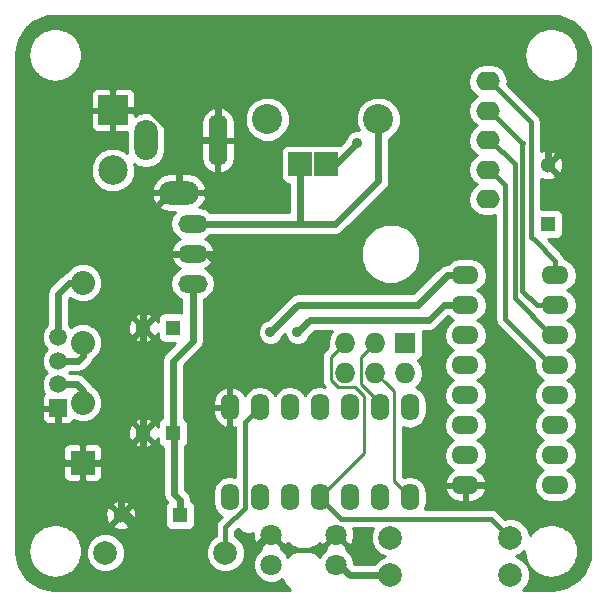
<source format=gtl>
G04 #@! TF.FileFunction,Copper,L1,Top,Signal*
%FSLAX46Y46*%
G04 Gerber Fmt 4.6, Leading zero omitted, Abs format (unit mm)*
G04 Created by KiCad (PCBNEW 4.0.4-stable) date 06/12/17 16:56:40*
%MOMM*%
%LPD*%
G01*
G04 APERTURE LIST*
%ADD10C,0.150000*%
%ADD11O,2.000000X1.600000*%
%ADD12C,1.800000*%
%ADD13R,1.300000X1.300000*%
%ADD14C,1.300000*%
%ADD15O,1.600200X4.399280*%
%ADD16O,1.998980X3.401060*%
%ADD17O,3.401060X1.998980*%
%ADD18R,2.499360X2.499360*%
%ADD19C,2.499360*%
%ADD20R,1.727200X1.727200*%
%ADD21O,1.727200X1.727200*%
%ADD22C,1.998980*%
%ADD23O,2.499360X1.501140*%
%ADD24R,2.032000X2.032000*%
%ADD25C,2.032000*%
%ADD26R,1.500000X1.500000*%
%ADD27C,1.500000*%
%ADD28C,2.540000*%
%ADD29O,1.600000X2.300000*%
%ADD30O,2.300000X1.600000*%
%ADD31C,0.889000*%
%ADD32C,0.609600*%
%ADD33C,0.406400*%
%ADD34C,0.254000*%
%ADD35C,0.381000*%
G04 APERTURE END LIST*
D10*
D11*
X43180000Y45005000D03*
X43180000Y42505000D03*
X43180000Y40005000D03*
X43180000Y37505000D03*
X43180000Y35005000D03*
D12*
X24831000Y4069000D03*
X24831000Y6609000D03*
X30331000Y6609000D03*
X30331000Y4069000D03*
D13*
X17105000Y8255000D03*
D14*
X12105000Y8255000D03*
D13*
X48260000Y32900000D03*
D14*
X48260000Y37900000D03*
D15*
X20320000Y40005000D03*
D16*
X14224000Y40005000D03*
D17*
X17018000Y35560000D03*
D18*
X11430000Y42545000D03*
D19*
X11430000Y37465000D03*
D20*
X36195000Y22860000D03*
D21*
X36195000Y20320000D03*
X33655000Y22860000D03*
X33655000Y20320000D03*
X31115000Y22860000D03*
X31115000Y20320000D03*
D22*
X20955000Y5080000D03*
X10795000Y5080000D03*
X45085000Y3175000D03*
X34925000Y3175000D03*
X45085000Y6350000D03*
X34925000Y6350000D03*
D23*
X18176000Y30400000D03*
X18176000Y32940000D03*
X18176000Y27860000D03*
D14*
X14010000Y24130000D03*
D13*
X16510000Y24130000D03*
D14*
X14010000Y15240000D03*
D13*
X16510000Y15240000D03*
D24*
X8890000Y12700000D03*
D25*
X8890000Y17780000D03*
X8890000Y22860000D03*
X8890000Y27940000D03*
D26*
X6779000Y17320000D03*
D27*
X6779000Y19320000D03*
X6779000Y21320000D03*
X6779000Y23320000D03*
D24*
X27305000Y37973000D03*
X29464000Y37973000D03*
D28*
X33909000Y41783000D03*
X24511000Y41783000D03*
D29*
X21320000Y9780000D03*
X23860000Y9780000D03*
X26400000Y9780000D03*
X28940000Y9780000D03*
X31480000Y9780000D03*
X34020000Y9780000D03*
X36560000Y9780000D03*
X36560000Y17400000D03*
X34020000Y17400000D03*
X31480000Y17400000D03*
X28940000Y17400000D03*
X26400000Y17400000D03*
X23860000Y17400000D03*
X21320000Y17400000D03*
D30*
X41275000Y28575000D03*
X41275000Y26035000D03*
X41275000Y23495000D03*
X41275000Y20955000D03*
X41275000Y18415000D03*
X41275000Y15875000D03*
X41275000Y13335000D03*
X41275000Y10795000D03*
X48895000Y10795000D03*
X48895000Y13335000D03*
X48895000Y15875000D03*
X48895000Y18415000D03*
X48895000Y20955000D03*
X48895000Y23495000D03*
X48895000Y26035000D03*
X48895000Y28575000D03*
D31*
X32131000Y39751000D03*
X20955000Y23241000D03*
X28702000Y20320000D03*
X24765000Y23749000D03*
X27051000Y23749000D03*
D32*
X16510000Y15240000D02*
X16510000Y21336000D01*
X18176000Y23002000D02*
X18176000Y27860000D01*
X16510000Y21336000D02*
X18176000Y23002000D01*
X17105000Y8255000D02*
X17105000Y9565000D01*
X16637000Y10033000D02*
X16637000Y15113000D01*
X16637000Y15113000D02*
X16510000Y15240000D01*
X29464000Y37973000D02*
X30353000Y37973000D01*
X30353000Y37973000D02*
X32131000Y39751000D01*
X6779000Y19320000D02*
X8366000Y19320000D01*
X8366000Y19320000D02*
X8890000Y18796000D01*
X8890000Y18796000D02*
X8890000Y17780000D01*
X17105000Y9565000D02*
X16637000Y10033000D01*
X48260000Y37900000D02*
X48260000Y43180000D01*
X20320000Y44069000D02*
X20320000Y40005000D01*
X23368000Y47117000D02*
X20320000Y44069000D01*
X44323000Y47117000D02*
X23368000Y47117000D01*
X48260000Y43180000D02*
X44323000Y47117000D01*
X12105000Y8255000D02*
X12105000Y12700000D01*
X12065000Y12573000D02*
X12065000Y12700000D01*
X12065000Y12660000D02*
X12065000Y12573000D01*
X12105000Y12700000D02*
X12065000Y12660000D01*
X17018000Y35560000D02*
X16256000Y35560000D01*
X16256000Y35560000D02*
X15160000Y34464000D01*
X15160000Y34464000D02*
X15160000Y30400000D01*
X14010000Y24130000D02*
X14010000Y29250000D01*
X15160000Y30400000D02*
X18176000Y30400000D01*
X14010000Y29250000D02*
X15160000Y30400000D01*
X14010000Y15240000D02*
X14010000Y24130000D01*
X8890000Y12700000D02*
X12065000Y12700000D01*
X12065000Y12700000D02*
X12827000Y12700000D01*
X12827000Y12700000D02*
X14010000Y13883000D01*
X14010000Y13883000D02*
X14010000Y15240000D01*
X6779000Y17320000D02*
X6779000Y13160000D01*
X7239000Y12700000D02*
X8890000Y12700000D01*
X6779000Y13160000D02*
X7239000Y12700000D01*
X41275000Y10795000D02*
X44323000Y10795000D01*
X51054000Y35106000D02*
X48260000Y37900000D01*
X51054000Y10033000D02*
X51054000Y35106000D01*
X49530000Y8509000D02*
X51054000Y10033000D01*
X46609000Y8509000D02*
X49530000Y8509000D01*
X44323000Y10795000D02*
X46609000Y8509000D01*
D33*
X24831000Y6609000D02*
X24887000Y6609000D01*
X24887000Y6609000D02*
X26162000Y5334000D01*
X29056000Y5334000D02*
X30331000Y6609000D01*
X26162000Y5334000D02*
X29056000Y5334000D01*
X20955000Y23241000D02*
X21590000Y23876000D01*
X21463000Y23876000D02*
X21463000Y24003000D01*
X21590000Y23876000D02*
X21463000Y23876000D01*
D32*
X25447000Y20955000D02*
X24511000Y20955000D01*
X24511000Y20955000D02*
X21463000Y24003000D01*
X21463000Y24003000D02*
X20955000Y24511000D01*
X20955000Y24511000D02*
X20955000Y24765000D01*
X20955000Y28829000D02*
X19384000Y30400000D01*
X20955000Y24765000D02*
X20955000Y28829000D01*
X19384000Y30400000D02*
X18176000Y30400000D01*
X25447000Y20955000D02*
X28067000Y20955000D01*
X28067000Y20955000D02*
X28702000Y20320000D01*
X24831000Y6609000D02*
X24516000Y6609000D01*
X24516000Y6609000D02*
X22987000Y5080000D01*
X22987000Y5080000D02*
X22987000Y4191000D01*
X22987000Y4191000D02*
X21844000Y3048000D01*
X21844000Y3048000D02*
X17907000Y3048000D01*
X17907000Y3048000D02*
X12700000Y8255000D01*
X12700000Y8255000D02*
X12105000Y8255000D01*
X17018000Y40115808D02*
X17128808Y40005000D01*
X17128808Y40005000D02*
X20320000Y40005000D01*
X11430000Y42545000D02*
X14588808Y42545000D01*
X14588808Y42545000D02*
X17018000Y40115808D01*
X17018000Y37169090D02*
X17018000Y35560000D01*
X17018000Y40115808D02*
X17018000Y37169090D01*
D33*
X17018000Y35560000D02*
X17018000Y36965890D01*
X20057110Y40005000D02*
X20320000Y40005000D01*
D34*
X29870399Y21615399D02*
X30251401Y21996401D01*
X31962799Y19075399D02*
X30517591Y19075399D01*
X29870399Y19722591D02*
X29870399Y21615399D01*
X30517591Y19075399D02*
X29870399Y19722591D01*
X30251401Y21996401D02*
X31115000Y22860000D01*
X28940000Y9780000D02*
X32715210Y13555210D01*
X32715210Y18322988D02*
X31962799Y19075399D01*
X32715210Y13555210D02*
X32715210Y18322988D01*
D33*
X45085000Y6350000D02*
X43468799Y7966201D01*
X43468799Y7966201D02*
X30753799Y7966201D01*
X30753799Y7966201D02*
X29739999Y8980001D01*
X29739999Y8980001D02*
X28940000Y9780000D01*
D34*
X36560000Y9780000D02*
X35201001Y11138999D01*
X35201001Y18773999D02*
X34518599Y19456401D01*
X34518599Y19456401D02*
X33655000Y20320000D01*
X35201001Y11138999D02*
X35201001Y18773999D01*
X34020000Y17736635D02*
X34020000Y17400000D01*
X33655000Y22860000D02*
X32410399Y21615399D01*
X32410399Y21615399D02*
X32410399Y19346236D01*
X32410399Y19346236D02*
X34020000Y17736635D01*
D32*
X41275000Y28575000D02*
X39751000Y28575000D01*
X27098000Y26082000D02*
X24765000Y23749000D01*
X37258000Y26082000D02*
X27098000Y26082000D01*
X39751000Y28575000D02*
X37258000Y26082000D01*
X41275000Y26035000D02*
X39450000Y26035000D01*
X39450000Y26035000D02*
X38227000Y24812000D01*
X38227000Y24812000D02*
X28114000Y24812000D01*
X28114000Y24812000D02*
X27051000Y23749000D01*
D33*
X38227000Y24812000D02*
X39450000Y26035000D01*
D35*
X20955000Y5080000D02*
X20955000Y7239000D01*
X22606000Y8890000D02*
X22606000Y16146000D01*
X20955000Y7239000D02*
X22606000Y8890000D01*
X22606000Y16146000D02*
X23860000Y17400000D01*
D33*
X22606000Y16146000D02*
X23860000Y17400000D01*
X48895000Y28575000D02*
X48895000Y29781400D01*
X48895000Y29781400D02*
X47152799Y31523601D01*
X47152799Y31523601D02*
X47136399Y31523601D01*
X47136399Y31523601D02*
X46863000Y31797000D01*
X46863000Y31797000D02*
X46863000Y41522000D01*
X46863000Y41522000D02*
X43380000Y45005000D01*
X43380000Y45005000D02*
X43180000Y45005000D01*
X45440589Y26599411D02*
X45440589Y37944411D01*
X43380000Y40005000D02*
X43180000Y40005000D01*
X48545000Y23495000D02*
X45440589Y26599411D01*
X45440589Y37944411D02*
X43380000Y40005000D01*
X48895000Y23495000D02*
X48545000Y23495000D01*
X48895000Y20955000D02*
X48545000Y20955000D01*
X48545000Y20955000D02*
X44637210Y24862790D01*
X44637210Y24862790D02*
X44637210Y36247790D01*
X44637210Y36247790D02*
X43380000Y37505000D01*
X43380000Y37505000D02*
X43180000Y37505000D01*
D32*
X30331000Y4069000D02*
X30602000Y4069000D01*
X30602000Y4069000D02*
X31496000Y3175000D01*
X31496000Y3175000D02*
X34925000Y3175000D01*
D33*
X46101000Y39784000D02*
X46115000Y39784000D01*
X46101000Y27272600D02*
X46101000Y39784000D01*
X46101000Y39784000D02*
X43380000Y42505000D01*
X43380000Y42505000D02*
X43180000Y42505000D01*
X48895000Y26035000D02*
X47338600Y26035000D01*
X47338600Y26035000D02*
X46101000Y27272600D01*
D32*
X27305000Y37973000D02*
X27305000Y32940000D01*
X27305000Y32940000D02*
X27305000Y33020000D01*
X27305000Y33020000D02*
X27305000Y32940000D01*
X18176000Y32940000D02*
X27305000Y32940000D01*
X27305000Y32940000D02*
X30273000Y32940000D01*
X33909000Y36576000D02*
X33909000Y41783000D01*
X30273000Y32940000D02*
X33909000Y36576000D01*
X6779000Y21320000D02*
X8493000Y21320000D01*
X8890000Y21717000D02*
X8890000Y22860000D01*
X8493000Y21320000D02*
X8890000Y21717000D01*
X31480000Y17400000D02*
X31241000Y17400000D01*
X6779000Y23320000D02*
X6779000Y26972000D01*
X7747000Y27940000D02*
X8890000Y27940000D01*
X6779000Y26972000D02*
X7747000Y27940000D01*
D34*
G36*
X49186021Y50476052D02*
X49807306Y50287601D01*
X50379886Y49981571D01*
X50881696Y49569715D01*
X51293587Y49067878D01*
X51599571Y48495368D01*
X51788015Y47874071D01*
X51855000Y47194330D01*
X51855000Y5261677D01*
X51788015Y4581989D01*
X51599566Y3960670D01*
X51293582Y3388109D01*
X50881692Y2886308D01*
X50379888Y2474416D01*
X49807330Y2168434D01*
X49186011Y1979985D01*
X48506322Y1913000D01*
X46134334Y1913000D01*
X46469846Y2247927D01*
X46719206Y2848453D01*
X46719774Y3498694D01*
X46471462Y4099655D01*
X46012073Y4559846D01*
X45523568Y4762691D01*
X46009655Y4963538D01*
X46263847Y5217287D01*
X46258290Y5160943D01*
X46288990Y4848843D01*
X46308589Y4784204D01*
X46315217Y4716984D01*
X46406317Y4416785D01*
X46438089Y4357360D01*
X46457642Y4292871D01*
X46605442Y4016271D01*
X46648256Y3964088D01*
X46680072Y3904560D01*
X46879072Y3662060D01*
X46931306Y3619190D01*
X46974190Y3566965D01*
X47216690Y3368065D01*
X47276070Y3336347D01*
X47328101Y3293633D01*
X47604701Y3145733D01*
X47669375Y3126104D01*
X47728984Y3094257D01*
X48029184Y3003257D01*
X48096194Y2996670D01*
X48160627Y2977111D01*
X48472727Y2946311D01*
X48540000Y2952924D01*
X48607273Y2946311D01*
X48919373Y2977111D01*
X48983806Y2996670D01*
X49050816Y3003257D01*
X49351015Y3094257D01*
X49410624Y3126103D01*
X49475299Y3145733D01*
X49751899Y3293633D01*
X49803930Y3336347D01*
X49863310Y3368065D01*
X50105810Y3566965D01*
X50148747Y3619254D01*
X50201035Y3662190D01*
X50399935Y3904690D01*
X50431653Y3964070D01*
X50474367Y4016101D01*
X50622267Y4292701D01*
X50641896Y4357375D01*
X50673743Y4416984D01*
X50764743Y4717184D01*
X50771330Y4784194D01*
X50790889Y4848627D01*
X50821689Y5160727D01*
X50815076Y5228000D01*
X50821689Y5295273D01*
X50790889Y5607373D01*
X50771330Y5671806D01*
X50764743Y5738816D01*
X50673743Y6039016D01*
X50641896Y6098625D01*
X50622267Y6163299D01*
X50474367Y6439899D01*
X50431653Y6491930D01*
X50399935Y6551310D01*
X50201035Y6793810D01*
X50148810Y6836694D01*
X50105940Y6888928D01*
X49863440Y7087928D01*
X49803912Y7119744D01*
X49751729Y7162558D01*
X49475129Y7310358D01*
X49410640Y7329911D01*
X49351215Y7361683D01*
X49051016Y7452783D01*
X48983796Y7459411D01*
X48919157Y7479010D01*
X48607057Y7509710D01*
X48540000Y7503097D01*
X48472943Y7509710D01*
X48160843Y7479010D01*
X48096204Y7459411D01*
X48028984Y7452783D01*
X47728784Y7361683D01*
X47669358Y7329911D01*
X47604871Y7310358D01*
X47328271Y7162558D01*
X47276089Y7119745D01*
X47216559Y7087928D01*
X46974060Y6888928D01*
X46931242Y6836758D01*
X46879072Y6793940D01*
X46719709Y6599742D01*
X46719774Y6673694D01*
X46471462Y7274655D01*
X46012073Y7734846D01*
X45411547Y7984206D01*
X44761306Y7984774D01*
X44672368Y7948026D01*
X44061496Y8558898D01*
X43789565Y8740597D01*
X43468799Y8804401D01*
X37858052Y8804401D01*
X37885767Y8845879D01*
X37995000Y9395030D01*
X37995000Y10164970D01*
X37939108Y10445961D01*
X39533096Y10445961D01*
X39550633Y10363181D01*
X39820500Y9870104D01*
X40258517Y9517834D01*
X40798000Y9360000D01*
X41148000Y9360000D01*
X41148000Y10668000D01*
X41402000Y10668000D01*
X41402000Y9360000D01*
X41752000Y9360000D01*
X42291483Y9517834D01*
X42729500Y9870104D01*
X42999367Y10363181D01*
X43016904Y10445961D01*
X42894915Y10668000D01*
X41402000Y10668000D01*
X41148000Y10668000D01*
X39655085Y10668000D01*
X39533096Y10445961D01*
X37939108Y10445961D01*
X37885767Y10714121D01*
X37574698Y11179668D01*
X37109151Y11490737D01*
X36560000Y11599970D01*
X36010849Y11490737D01*
X35963001Y11458766D01*
X35963001Y15721234D01*
X36010849Y15689263D01*
X36560000Y15580030D01*
X37109151Y15689263D01*
X37574698Y16000332D01*
X37885767Y16465879D01*
X37995000Y17015030D01*
X37995000Y17784970D01*
X37885767Y18334121D01*
X37574698Y18799668D01*
X37109151Y19110737D01*
X37082624Y19116014D01*
X37254670Y19230971D01*
X37579526Y19717152D01*
X37693600Y20290641D01*
X37693600Y20349359D01*
X37579526Y20922848D01*
X37268426Y21388442D01*
X37293917Y21393238D01*
X37510041Y21532310D01*
X37655031Y21744510D01*
X37706040Y21996400D01*
X37706040Y23723600D01*
X37678079Y23872200D01*
X38227000Y23872200D01*
X38586646Y23943738D01*
X38891539Y24147461D01*
X39830891Y25086813D01*
X39875332Y25020302D01*
X40257418Y24765000D01*
X39875332Y24509698D01*
X39564263Y24044151D01*
X39455030Y23495000D01*
X39564263Y22945849D01*
X39875332Y22480302D01*
X40257418Y22225000D01*
X39875332Y21969698D01*
X39564263Y21504151D01*
X39455030Y20955000D01*
X39564263Y20405849D01*
X39875332Y19940302D01*
X40257418Y19685000D01*
X39875332Y19429698D01*
X39564263Y18964151D01*
X39455030Y18415000D01*
X39564263Y17865849D01*
X39875332Y17400302D01*
X40257418Y17145000D01*
X39875332Y16889698D01*
X39564263Y16424151D01*
X39455030Y15875000D01*
X39564263Y15325849D01*
X39875332Y14860302D01*
X40257418Y14605000D01*
X39875332Y14349698D01*
X39564263Y13884151D01*
X39455030Y13335000D01*
X39564263Y12785849D01*
X39875332Y12320302D01*
X40253151Y12067851D01*
X39820500Y11719896D01*
X39550633Y11226819D01*
X39533096Y11144039D01*
X39655085Y10922000D01*
X41148000Y10922000D01*
X41148000Y10942000D01*
X41402000Y10942000D01*
X41402000Y10922000D01*
X42894915Y10922000D01*
X43016904Y11144039D01*
X42999367Y11226819D01*
X42729500Y11719896D01*
X42296849Y12067851D01*
X42674668Y12320302D01*
X42985737Y12785849D01*
X43094970Y13335000D01*
X42985737Y13884151D01*
X42674668Y14349698D01*
X42292582Y14605000D01*
X42674668Y14860302D01*
X42985737Y15325849D01*
X43094970Y15875000D01*
X42985737Y16424151D01*
X42674668Y16889698D01*
X42292582Y17145000D01*
X42674668Y17400302D01*
X42985737Y17865849D01*
X43094970Y18415000D01*
X42985737Y18964151D01*
X42674668Y19429698D01*
X42292582Y19685000D01*
X42674668Y19940302D01*
X42985737Y20405849D01*
X43094970Y20955000D01*
X42985737Y21504151D01*
X42674668Y21969698D01*
X42292582Y22225000D01*
X42674668Y22480302D01*
X42985737Y22945849D01*
X43094970Y23495000D01*
X42985737Y24044151D01*
X42674668Y24509698D01*
X42292582Y24765000D01*
X42674668Y25020302D01*
X42985737Y25485849D01*
X43094970Y26035000D01*
X42985737Y26584151D01*
X42674668Y27049698D01*
X42292582Y27305000D01*
X42674668Y27560302D01*
X42985737Y28025849D01*
X43094970Y28575000D01*
X42985737Y29124151D01*
X42674668Y29589698D01*
X42209121Y29900767D01*
X41659970Y30010000D01*
X40890030Y30010000D01*
X40340879Y29900767D01*
X39875332Y29589698D01*
X39825287Y29514800D01*
X39751000Y29514800D01*
X39391354Y29443262D01*
X39086461Y29239539D01*
X36868722Y27021800D01*
X27098000Y27021800D01*
X26738354Y26950262D01*
X26433461Y26746539D01*
X24490537Y24803615D01*
X24154311Y24664689D01*
X23850378Y24361286D01*
X23685687Y23964668D01*
X23685313Y23535216D01*
X23849311Y23138311D01*
X24152714Y22834378D01*
X24549332Y22669687D01*
X24978784Y22669313D01*
X25375689Y22833311D01*
X25679622Y23136714D01*
X25820101Y23475023D01*
X25971392Y23626314D01*
X25971313Y23535216D01*
X26135311Y23138311D01*
X26438714Y22834378D01*
X26835332Y22669687D01*
X27264784Y22669313D01*
X27661689Y22833311D01*
X27965622Y23136714D01*
X28106101Y23475023D01*
X28503278Y23872200D01*
X30003994Y23872200D01*
X29730474Y23462848D01*
X29616400Y22889359D01*
X29616400Y22830641D01*
X29681372Y22504003D01*
X29331584Y22154214D01*
X29166403Y21907004D01*
X29108399Y21615399D01*
X29108399Y19722591D01*
X29166403Y19430986D01*
X29300049Y19230971D01*
X29331584Y19183776D01*
X29383634Y19131726D01*
X28940000Y19219970D01*
X28390849Y19110737D01*
X27925302Y18799668D01*
X27670000Y18417582D01*
X27414698Y18799668D01*
X26949151Y19110737D01*
X26400000Y19219970D01*
X25850849Y19110737D01*
X25385302Y18799668D01*
X25130000Y18417582D01*
X24874698Y18799668D01*
X24409151Y19110737D01*
X23860000Y19219970D01*
X23310849Y19110737D01*
X22845302Y18799668D01*
X22592851Y18421849D01*
X22244896Y18854500D01*
X21751819Y19124367D01*
X21669039Y19141904D01*
X21447000Y19019915D01*
X21447000Y17527000D01*
X21467000Y17527000D01*
X21467000Y17273000D01*
X21447000Y17273000D01*
X21447000Y15780085D01*
X21669039Y15658096D01*
X21751819Y15675633D01*
X21780500Y15691330D01*
X21780500Y11508371D01*
X21320000Y11599970D01*
X20770849Y11490737D01*
X20305302Y11179668D01*
X19994233Y10714121D01*
X19885000Y10164970D01*
X19885000Y9395030D01*
X19994233Y8845879D01*
X20305302Y8380332D01*
X20679120Y8130554D01*
X20371283Y7822717D01*
X20192337Y7554906D01*
X20177240Y7479008D01*
X20129500Y7239000D01*
X20129500Y6507432D01*
X20030345Y6466462D01*
X19570154Y6007073D01*
X19320794Y5406547D01*
X19320226Y4756306D01*
X19568538Y4155345D01*
X20027927Y3695154D01*
X20628453Y3445794D01*
X21278694Y3445226D01*
X21879655Y3693538D01*
X22339846Y4152927D01*
X22589206Y4753453D01*
X22589774Y5403694D01*
X22341462Y6004655D01*
X21882073Y6464846D01*
X21780500Y6507023D01*
X21780500Y6897066D01*
X21999263Y7115830D01*
X22287235Y6827355D01*
X22704244Y6654197D01*
X23155775Y6653803D01*
X23290430Y6709441D01*
X23310161Y6239540D01*
X23494357Y5794852D01*
X23750841Y5708446D01*
X24651395Y6609000D01*
X24637253Y6623142D01*
X24816858Y6802747D01*
X24831000Y6788605D01*
X24845143Y6802747D01*
X25024748Y6623142D01*
X25010605Y6609000D01*
X25911159Y5708446D01*
X26167643Y5794852D01*
X26219009Y5935249D01*
X26511839Y5641907D01*
X27204405Y5354328D01*
X27954305Y5353674D01*
X28647372Y5640043D01*
X28938218Y5930382D01*
X28994357Y5794852D01*
X29250841Y5708446D01*
X30151395Y6609000D01*
X30137253Y6623142D01*
X30316858Y6802747D01*
X30331000Y6788605D01*
X30345143Y6802747D01*
X30524748Y6623142D01*
X30510605Y6609000D01*
X31411159Y5708446D01*
X31667643Y5794852D01*
X31877458Y6368336D01*
X31851839Y6978460D01*
X31789897Y7128001D01*
X33478254Y7128001D01*
X33290794Y6676547D01*
X33290226Y6026306D01*
X33538538Y5425345D01*
X33997927Y4965154D01*
X34486432Y4762309D01*
X34000345Y4561462D01*
X33552903Y4114800D01*
X31885278Y4114800D01*
X31866057Y4134021D01*
X31866265Y4372991D01*
X31633068Y4937371D01*
X31201643Y5369551D01*
X31180806Y5378203D01*
X31231554Y5528841D01*
X30331000Y6429395D01*
X29430446Y5528841D01*
X29481035Y5378673D01*
X29462629Y5371068D01*
X29030449Y4939643D01*
X28947018Y4738718D01*
X28650161Y5036093D01*
X27957595Y5323672D01*
X27207695Y5324326D01*
X26514628Y5037957D01*
X26215067Y4738918D01*
X26133068Y4937371D01*
X25701643Y5369551D01*
X25680806Y5378203D01*
X25731554Y5528841D01*
X24831000Y6429395D01*
X23930446Y5528841D01*
X23981035Y5378673D01*
X23962629Y5371068D01*
X23530449Y4939643D01*
X23296267Y4375670D01*
X23295735Y3765009D01*
X23528932Y3200629D01*
X23960357Y2768449D01*
X24524330Y2534267D01*
X25134991Y2533735D01*
X25699371Y2766932D01*
X25784151Y2851564D01*
X25982043Y2372628D01*
X26440870Y1913000D01*
X6573670Y1913000D01*
X5893929Y1979985D01*
X5272632Y2168429D01*
X4700122Y2474413D01*
X4198285Y2886304D01*
X3786429Y3388114D01*
X3480399Y3960694D01*
X3291948Y4581979D01*
X3225000Y5261654D01*
X3225000Y5295165D01*
X4258291Y5295165D01*
X4264904Y5228000D01*
X4258291Y5160835D01*
X4289041Y4848735D01*
X4308620Y4784200D01*
X4315227Y4717084D01*
X4406277Y4416884D01*
X4438092Y4357357D01*
X4457687Y4292769D01*
X4605547Y4016169D01*
X4648317Y3964058D01*
X4680090Y3904599D01*
X4879060Y3662099D01*
X4931288Y3619227D01*
X4974167Y3567000D01*
X5216627Y3368100D01*
X5276037Y3336360D01*
X5328099Y3293623D01*
X5604720Y3145723D01*
X5669369Y3126103D01*
X5728954Y3094266D01*
X6029104Y3003266D01*
X6096134Y2996674D01*
X6160587Y2977110D01*
X6472737Y2946310D01*
X6540005Y2952923D01*
X6607267Y2946311D01*
X6919397Y2977111D01*
X6983843Y2996673D01*
X7050870Y3003264D01*
X7351030Y3094264D01*
X7410623Y3126105D01*
X7475280Y3145728D01*
X7751890Y3293628D01*
X7803947Y3336362D01*
X7863353Y3368100D01*
X8105813Y3567000D01*
X8148688Y3619222D01*
X8200909Y3662086D01*
X8399889Y3904586D01*
X8431667Y3964051D01*
X8474443Y4016169D01*
X8622303Y4292769D01*
X8641901Y4357367D01*
X8673719Y4416904D01*
X8764759Y4717104D01*
X8768616Y4756306D01*
X9160226Y4756306D01*
X9408538Y4155345D01*
X9867927Y3695154D01*
X10468453Y3445794D01*
X11118694Y3445226D01*
X11719655Y3693538D01*
X12179846Y4152927D01*
X12429206Y4753453D01*
X12429774Y5403694D01*
X12181462Y6004655D01*
X11722073Y6464846D01*
X11121547Y6714206D01*
X10471306Y6714774D01*
X9870345Y6466462D01*
X9410154Y6007073D01*
X9160794Y5406547D01*
X9160226Y4756306D01*
X8768616Y4756306D01*
X8771363Y4784210D01*
X8790939Y4848735D01*
X8821689Y5160835D01*
X8815076Y5228000D01*
X8821689Y5295165D01*
X8790939Y5607265D01*
X8771363Y5671790D01*
X8764759Y5738896D01*
X8673719Y6039096D01*
X8641901Y6098633D01*
X8622303Y6163231D01*
X8474443Y6439831D01*
X8431667Y6491949D01*
X8399889Y6551414D01*
X8200909Y6793914D01*
X8148751Y6836726D01*
X8105943Y6888893D01*
X7863483Y7087893D01*
X7803926Y7119730D01*
X7751720Y7162562D01*
X7475110Y7310362D01*
X7410640Y7329909D01*
X7361874Y7355984D01*
X11385590Y7355984D01*
X11441271Y7125389D01*
X11924078Y6957378D01*
X12434428Y6986917D01*
X12768729Y7125389D01*
X12824410Y7355984D01*
X12105000Y8075395D01*
X11385590Y7355984D01*
X7361874Y7355984D01*
X7351230Y7361675D01*
X7051070Y7452775D01*
X6983834Y7459407D01*
X6919176Y7479011D01*
X6607026Y7509711D01*
X6539975Y7503097D01*
X6472929Y7509710D01*
X6160799Y7479011D01*
X6096141Y7459406D01*
X6028904Y7452774D01*
X5728754Y7361673D01*
X5669355Y7329912D01*
X5604890Y7310368D01*
X5328269Y7162567D01*
X5276055Y7119730D01*
X5216497Y7087892D01*
X4974037Y6888893D01*
X4931225Y6836721D01*
X4879060Y6793901D01*
X4680090Y6551401D01*
X4648317Y6491942D01*
X4605547Y6439831D01*
X4457687Y6163231D01*
X4438092Y6098643D01*
X4406277Y6039116D01*
X4315227Y5738916D01*
X4308620Y5671800D01*
X4289041Y5607265D01*
X4258291Y5295165D01*
X3225000Y5295165D01*
X3225000Y8435922D01*
X10807378Y8435922D01*
X10836917Y7925572D01*
X10975389Y7591271D01*
X11205984Y7535590D01*
X11925395Y8255000D01*
X12284605Y8255000D01*
X13004016Y7535590D01*
X13234611Y7591271D01*
X13402622Y8074078D01*
X13373083Y8584428D01*
X13234611Y8918729D01*
X13004016Y8974410D01*
X12284605Y8255000D01*
X11925395Y8255000D01*
X11205984Y8974410D01*
X10975389Y8918729D01*
X10807378Y8435922D01*
X3225000Y8435922D01*
X3225000Y9154016D01*
X11385590Y9154016D01*
X12105000Y8434605D01*
X12824410Y9154016D01*
X12768729Y9384611D01*
X12285922Y9552622D01*
X11775572Y9523083D01*
X11441271Y9384611D01*
X11385590Y9154016D01*
X3225000Y9154016D01*
X3225000Y12414250D01*
X7239000Y12414250D01*
X7239000Y11557691D01*
X7335673Y11324302D01*
X7514301Y11145673D01*
X7747690Y11049000D01*
X8604250Y11049000D01*
X8763000Y11207750D01*
X8763000Y12573000D01*
X9017000Y12573000D01*
X9017000Y11207750D01*
X9175750Y11049000D01*
X10032310Y11049000D01*
X10265699Y11145673D01*
X10444327Y11324302D01*
X10541000Y11557691D01*
X10541000Y12414250D01*
X10382250Y12573000D01*
X9017000Y12573000D01*
X8763000Y12573000D01*
X7397750Y12573000D01*
X7239000Y12414250D01*
X3225000Y12414250D01*
X3225000Y13842309D01*
X7239000Y13842309D01*
X7239000Y12985750D01*
X7397750Y12827000D01*
X8763000Y12827000D01*
X8763000Y14192250D01*
X9017000Y14192250D01*
X9017000Y12827000D01*
X10382250Y12827000D01*
X10541000Y12985750D01*
X10541000Y13842309D01*
X10444327Y14075698D01*
X10265699Y14254327D01*
X10056491Y14340984D01*
X13290590Y14340984D01*
X13346271Y14110389D01*
X13829078Y13942378D01*
X14339428Y13971917D01*
X14673729Y14110389D01*
X14729410Y14340984D01*
X14010000Y15060395D01*
X13290590Y14340984D01*
X10056491Y14340984D01*
X10032310Y14351000D01*
X9175750Y14351000D01*
X9017000Y14192250D01*
X8763000Y14192250D01*
X8604250Y14351000D01*
X7747690Y14351000D01*
X7514301Y14254327D01*
X7335673Y14075698D01*
X7239000Y13842309D01*
X3225000Y13842309D01*
X3225000Y15420922D01*
X12712378Y15420922D01*
X12741917Y14910572D01*
X12880389Y14576271D01*
X13110984Y14520590D01*
X13830395Y15240000D01*
X13110984Y15959410D01*
X12880389Y15903729D01*
X12712378Y15420922D01*
X3225000Y15420922D01*
X3225000Y17034250D01*
X5394000Y17034250D01*
X5394000Y16443691D01*
X5490673Y16210302D01*
X5669301Y16031673D01*
X5902690Y15935000D01*
X6493250Y15935000D01*
X6652000Y16093750D01*
X6652000Y17193000D01*
X5552750Y17193000D01*
X5394000Y17034250D01*
X3225000Y17034250D01*
X3225000Y23045715D01*
X5393760Y23045715D01*
X5604169Y22536485D01*
X5820313Y22319964D01*
X5605539Y22105564D01*
X5394241Y21596702D01*
X5393760Y21045715D01*
X5604169Y20536485D01*
X5820313Y20319964D01*
X5605539Y20105564D01*
X5394241Y19596702D01*
X5393760Y19045715D01*
X5602207Y18541233D01*
X5490673Y18429698D01*
X5394000Y18196309D01*
X5394000Y17605750D01*
X5552750Y17447000D01*
X6652000Y17447000D01*
X6652000Y17467000D01*
X6906000Y17467000D01*
X6906000Y17447000D01*
X6926000Y17447000D01*
X6926000Y17193000D01*
X6906000Y17193000D01*
X6906000Y16093750D01*
X7064750Y15935000D01*
X7655310Y15935000D01*
X7888699Y16031673D01*
X8067327Y16210302D01*
X8111019Y16315784D01*
X8560155Y16129287D01*
X9216963Y16128714D01*
X9241895Y16139016D01*
X13290590Y16139016D01*
X14010000Y15419605D01*
X14729410Y16139016D01*
X14673729Y16369611D01*
X14190922Y16537622D01*
X13680572Y16508083D01*
X13346271Y16369611D01*
X13290590Y16139016D01*
X9241895Y16139016D01*
X9823995Y16379534D01*
X10288834Y16843563D01*
X10540713Y17450155D01*
X10541286Y18106963D01*
X10290466Y18713995D01*
X9826437Y19178834D01*
X9710640Y19226917D01*
X9554539Y19460539D01*
X9030539Y19984539D01*
X8725646Y20188262D01*
X8366000Y20259800D01*
X7797818Y20259800D01*
X7737687Y20320036D01*
X7797956Y20380200D01*
X8493000Y20380200D01*
X8852646Y20451738D01*
X9157539Y20655461D01*
X9554539Y21052461D01*
X9758262Y21357354D01*
X9774521Y21439092D01*
X9823995Y21459534D01*
X10288834Y21923563D01*
X10540713Y22530155D01*
X10541286Y23186963D01*
X10523097Y23230984D01*
X13290590Y23230984D01*
X13346271Y23000389D01*
X13829078Y22832378D01*
X14339428Y22861917D01*
X14673729Y23000389D01*
X14729410Y23230984D01*
X14010000Y23950395D01*
X13290590Y23230984D01*
X10523097Y23230984D01*
X10290466Y23793995D01*
X9826437Y24258834D01*
X9700996Y24310922D01*
X12712378Y24310922D01*
X12741917Y23800572D01*
X12880389Y23466271D01*
X13110984Y23410590D01*
X13830395Y24130000D01*
X14189605Y24130000D01*
X14909016Y23410590D01*
X15139611Y23466271D01*
X15212560Y23675902D01*
X15212560Y23480000D01*
X15256838Y23244683D01*
X15395910Y23028559D01*
X15608110Y22883569D01*
X15860000Y22832560D01*
X16677482Y22832560D01*
X15845461Y22000539D01*
X15641738Y21695646D01*
X15570200Y21336000D01*
X15570200Y16458103D01*
X15408559Y16354090D01*
X15263569Y16141890D01*
X15212560Y15890000D01*
X15212560Y15727615D01*
X15139611Y15903729D01*
X14909016Y15959410D01*
X14189605Y15240000D01*
X14909016Y14520590D01*
X15139611Y14576271D01*
X15212560Y14785902D01*
X15212560Y14590000D01*
X15256838Y14354683D01*
X15395910Y14138559D01*
X15608110Y13993569D01*
X15697200Y13975528D01*
X15697200Y10033000D01*
X15768738Y9673354D01*
X15972461Y9368461D01*
X15990680Y9350242D01*
X15858569Y9156890D01*
X15807560Y8905000D01*
X15807560Y7605000D01*
X15851838Y7369683D01*
X15990910Y7153559D01*
X16203110Y7008569D01*
X16455000Y6957560D01*
X17755000Y6957560D01*
X17990317Y7001838D01*
X18206441Y7140910D01*
X18351431Y7353110D01*
X18402440Y7605000D01*
X18402440Y8905000D01*
X18358162Y9140317D01*
X18219090Y9356441D01*
X18044800Y9475528D01*
X18044800Y9565000D01*
X17973262Y9924646D01*
X17769539Y10229539D01*
X17576800Y10422278D01*
X17576800Y14103619D01*
X17611441Y14125910D01*
X17756431Y14338110D01*
X17807440Y14590000D01*
X17807440Y15890000D01*
X17763162Y16125317D01*
X17624090Y16341441D01*
X17449800Y16460528D01*
X17449800Y17273000D01*
X19885000Y17273000D01*
X19885000Y16923000D01*
X20042834Y16383517D01*
X20395104Y15945500D01*
X20888181Y15675633D01*
X20970961Y15658096D01*
X21193000Y15780085D01*
X21193000Y17273000D01*
X19885000Y17273000D01*
X17449800Y17273000D01*
X17449800Y17877000D01*
X19885000Y17877000D01*
X19885000Y17527000D01*
X21193000Y17527000D01*
X21193000Y19019915D01*
X20970961Y19141904D01*
X20888181Y19124367D01*
X20395104Y18854500D01*
X20042834Y18416483D01*
X19885000Y17877000D01*
X17449800Y17877000D01*
X17449800Y20946722D01*
X18840539Y22337461D01*
X19044262Y22642354D01*
X19115800Y23002000D01*
X19115800Y26554744D01*
X19242268Y26579900D01*
X19691779Y26880254D01*
X19992133Y27329765D01*
X20097603Y27860000D01*
X19992133Y28390235D01*
X19691779Y28839746D01*
X19242268Y29140100D01*
X19232968Y29141950D01*
X19322677Y29168501D01*
X19744658Y29510056D01*
X19955400Y29897985D01*
X32404641Y29897985D01*
X32789746Y28965959D01*
X33502208Y28252252D01*
X34433561Y27865521D01*
X35442015Y27864641D01*
X36374041Y28249746D01*
X37087748Y28962208D01*
X37474479Y29893561D01*
X37475359Y30902015D01*
X37090254Y31834041D01*
X36377792Y32547748D01*
X35446439Y32934479D01*
X34437985Y32935359D01*
X33505959Y32550254D01*
X32792252Y31837792D01*
X32405521Y30906439D01*
X32404641Y29897985D01*
X19955400Y29897985D01*
X20003810Y29987097D01*
X20017993Y30058725D01*
X19895339Y30273000D01*
X18303000Y30273000D01*
X18303000Y30253000D01*
X18049000Y30253000D01*
X18049000Y30273000D01*
X16456661Y30273000D01*
X16334007Y30058725D01*
X16348190Y29987097D01*
X16607342Y29510056D01*
X17029323Y29168501D01*
X17119032Y29141950D01*
X17109732Y29140100D01*
X16660221Y28839746D01*
X16359867Y28390235D01*
X16254397Y27860000D01*
X16359867Y27329765D01*
X16660221Y26880254D01*
X17109732Y26579900D01*
X17236200Y26554744D01*
X17236200Y25412009D01*
X17160000Y25427440D01*
X15860000Y25427440D01*
X15624683Y25383162D01*
X15408559Y25244090D01*
X15263569Y25031890D01*
X15212560Y24780000D01*
X15212560Y24617615D01*
X15139611Y24793729D01*
X14909016Y24849410D01*
X14189605Y24130000D01*
X13830395Y24130000D01*
X13110984Y24849410D01*
X12880389Y24793729D01*
X12712378Y24310922D01*
X9700996Y24310922D01*
X9219845Y24510713D01*
X8563037Y24511286D01*
X7956005Y24260466D01*
X7876441Y24181040D01*
X7718800Y24338956D01*
X7718800Y25029016D01*
X13290590Y25029016D01*
X14010000Y24309605D01*
X14729410Y25029016D01*
X14673729Y25259611D01*
X14190922Y25427622D01*
X13680572Y25398083D01*
X13346271Y25259611D01*
X13290590Y25029016D01*
X7718800Y25029016D01*
X7718800Y26582722D01*
X7815524Y26679446D01*
X7953563Y26541166D01*
X8560155Y26289287D01*
X9216963Y26288714D01*
X9823995Y26539534D01*
X10288834Y27003563D01*
X10540713Y27610155D01*
X10541286Y28266963D01*
X10290466Y28873995D01*
X9826437Y29338834D01*
X9219845Y29590713D01*
X8563037Y29591286D01*
X7956005Y29340466D01*
X7491166Y28876437D01*
X7469655Y28824633D01*
X7387354Y28808262D01*
X7082461Y28604539D01*
X6114461Y27636539D01*
X5910738Y27331646D01*
X5839200Y26972000D01*
X5839200Y24338818D01*
X5605539Y24105564D01*
X5394241Y23596702D01*
X5393760Y23045715D01*
X3225000Y23045715D01*
X3225000Y35179646D01*
X14727341Y35179646D01*
X14758287Y35051841D01*
X15071398Y34494044D01*
X15574135Y34098529D01*
X16189960Y33925510D01*
X16668847Y33925510D01*
X16660221Y33919746D01*
X16359867Y33470235D01*
X16254397Y32940000D01*
X16359867Y32409765D01*
X16660221Y31960254D01*
X17109732Y31659900D01*
X17119032Y31658050D01*
X17029323Y31631499D01*
X16607342Y31289944D01*
X16348190Y30812903D01*
X16334007Y30741275D01*
X16456661Y30527000D01*
X18049000Y30527000D01*
X18049000Y30547000D01*
X18303000Y30547000D01*
X18303000Y30527000D01*
X19895339Y30527000D01*
X20017993Y30741275D01*
X20003810Y30812903D01*
X19744658Y31289944D01*
X19322677Y31631499D01*
X19232968Y31658050D01*
X19242268Y31659900D01*
X19691779Y31960254D01*
X19718470Y32000200D01*
X30273000Y32000200D01*
X30632646Y32071738D01*
X30937539Y32275461D01*
X34573539Y35911461D01*
X34777262Y36216354D01*
X34848800Y36576000D01*
X34848800Y40110105D01*
X34986686Y40167078D01*
X35523039Y40702495D01*
X35813668Y41402410D01*
X35814330Y42160265D01*
X35524922Y42860686D01*
X34989505Y43397039D01*
X34289590Y43687668D01*
X33531735Y43688330D01*
X32831314Y43398922D01*
X32294961Y42863505D01*
X32004332Y42163590D01*
X32003670Y41405735D01*
X32241392Y40830405D01*
X31917216Y40830687D01*
X31520311Y40666689D01*
X31216378Y40363286D01*
X31075899Y40024977D01*
X30652442Y39601520D01*
X30480000Y39636440D01*
X28448000Y39636440D01*
X28382169Y39624053D01*
X28321000Y39636440D01*
X26289000Y39636440D01*
X26053683Y39592162D01*
X25837559Y39453090D01*
X25692569Y39240890D01*
X25641560Y38989000D01*
X25641560Y36957000D01*
X25685838Y36721683D01*
X25824910Y36505559D01*
X26037110Y36360569D01*
X26289000Y36309560D01*
X26365200Y36309560D01*
X26365200Y33879800D01*
X19718470Y33879800D01*
X19691779Y33919746D01*
X19242268Y34220100D01*
X18742702Y34319470D01*
X18964602Y34494044D01*
X19277713Y35051841D01*
X19308659Y35179646D01*
X19189305Y35433000D01*
X17145000Y35433000D01*
X17145000Y35413000D01*
X16891000Y35413000D01*
X16891000Y35433000D01*
X14846695Y35433000D01*
X14727341Y35179646D01*
X3225000Y35179646D01*
X3225000Y37091759D01*
X9544994Y37091759D01*
X9831314Y36398809D01*
X10361021Y35868178D01*
X11053469Y35580648D01*
X11803241Y35579994D01*
X12496191Y35866314D01*
X12570360Y35940354D01*
X14727341Y35940354D01*
X14846695Y35687000D01*
X16891000Y35687000D01*
X16891000Y37194490D01*
X17145000Y37194490D01*
X17145000Y35687000D01*
X19189305Y35687000D01*
X19308659Y35940354D01*
X19277713Y36068159D01*
X18964602Y36625956D01*
X18461865Y37021471D01*
X17846040Y37194490D01*
X17145000Y37194490D01*
X16891000Y37194490D01*
X16189960Y37194490D01*
X15574135Y37021471D01*
X15071398Y36625956D01*
X14758287Y36068159D01*
X14727341Y35940354D01*
X12570360Y35940354D01*
X13026822Y36396021D01*
X13314352Y37088469D01*
X13315006Y37838241D01*
X13258316Y37975441D01*
X13598508Y37748132D01*
X14224000Y37623714D01*
X14849492Y37748132D01*
X15379759Y38102445D01*
X15734072Y38632712D01*
X15858490Y39258204D01*
X15858490Y39878000D01*
X18884900Y39878000D01*
X18884900Y38478460D01*
X19042741Y37938938D01*
X19395033Y37500888D01*
X19888143Y37230999D01*
X19970945Y37213457D01*
X20193000Y37335444D01*
X20193000Y39878000D01*
X20447000Y39878000D01*
X20447000Y37335444D01*
X20669055Y37213457D01*
X20751857Y37230999D01*
X21244967Y37500888D01*
X21597259Y37938938D01*
X21755100Y38478460D01*
X21755100Y39878000D01*
X20447000Y39878000D01*
X20193000Y39878000D01*
X18884900Y39878000D01*
X15858490Y39878000D01*
X15858490Y40751796D01*
X15734072Y41377288D01*
X15631005Y41531540D01*
X18884900Y41531540D01*
X18884900Y40132000D01*
X20193000Y40132000D01*
X20193000Y42674556D01*
X20447000Y42674556D01*
X20447000Y40132000D01*
X21755100Y40132000D01*
X21755100Y41405735D01*
X22605670Y41405735D01*
X22895078Y40705314D01*
X23430495Y40168961D01*
X24130410Y39878332D01*
X24888265Y39877670D01*
X25588686Y40167078D01*
X26125039Y40702495D01*
X26415668Y41402410D01*
X26416330Y42160265D01*
X26126922Y42860686D01*
X25591505Y43397039D01*
X24891590Y43687668D01*
X24133735Y43688330D01*
X23433314Y43398922D01*
X22896961Y42863505D01*
X22606332Y42163590D01*
X22605670Y41405735D01*
X21755100Y41405735D01*
X21755100Y41531540D01*
X21597259Y42071062D01*
X21244967Y42509112D01*
X20751857Y42779001D01*
X20669055Y42796543D01*
X20447000Y42674556D01*
X20193000Y42674556D01*
X19970945Y42796543D01*
X19888143Y42779001D01*
X19395033Y42509112D01*
X19042741Y42071062D01*
X18884900Y41531540D01*
X15631005Y41531540D01*
X15379759Y41907555D01*
X14849492Y42261868D01*
X14224000Y42386286D01*
X13598508Y42261868D01*
X13314680Y42072220D01*
X13314680Y42259250D01*
X13155930Y42418000D01*
X11557000Y42418000D01*
X11557000Y40819070D01*
X11715750Y40660320D01*
X12589510Y40660320D01*
X12589510Y39258204D01*
X12660821Y38899697D01*
X12498979Y39061822D01*
X11806531Y39349352D01*
X11056759Y39350006D01*
X10363809Y39063686D01*
X9833178Y38533979D01*
X9545648Y37841531D01*
X9544994Y37091759D01*
X3225000Y37091759D01*
X3225000Y42259250D01*
X9545320Y42259250D01*
X9545320Y41169011D01*
X9641993Y40935622D01*
X9820621Y40756993D01*
X10054010Y40660320D01*
X11144250Y40660320D01*
X11303000Y40819070D01*
X11303000Y42418000D01*
X9704070Y42418000D01*
X9545320Y42259250D01*
X3225000Y42259250D01*
X3225000Y43920989D01*
X9545320Y43920989D01*
X9545320Y42830750D01*
X9704070Y42672000D01*
X11303000Y42672000D01*
X11303000Y44270930D01*
X11557000Y44270930D01*
X11557000Y42672000D01*
X13155930Y42672000D01*
X13314680Y42830750D01*
X13314680Y43920989D01*
X13218007Y44154378D01*
X13039379Y44333007D01*
X12805990Y44429680D01*
X11715750Y44429680D01*
X11557000Y44270930D01*
X11303000Y44270930D01*
X11144250Y44429680D01*
X10054010Y44429680D01*
X9820621Y44333007D01*
X9641993Y44154378D01*
X9545320Y43920989D01*
X3225000Y43920989D01*
X3225000Y47194343D01*
X3234929Y47295155D01*
X4258290Y47295155D01*
X4264903Y47228001D01*
X4258290Y47160841D01*
X4289040Y46848711D01*
X4308623Y46784161D01*
X4315234Y46717030D01*
X4406284Y46416870D01*
X4438093Y46357359D01*
X4457682Y46292788D01*
X4605542Y46016178D01*
X4648332Y45964041D01*
X4680125Y45904556D01*
X4879095Y45662096D01*
X4931256Y45619286D01*
X4974063Y45567126D01*
X5216523Y45368146D01*
X5276018Y45336345D01*
X5328167Y45293547D01*
X5604787Y45145687D01*
X5669361Y45126098D01*
X5728874Y45094290D01*
X6029024Y45003250D01*
X6096150Y44996641D01*
X6160695Y44977060D01*
X6472846Y44946310D01*
X6540000Y44952923D01*
X6607159Y44946310D01*
X6919289Y44977060D01*
X6983830Y44996640D01*
X7050950Y45003248D01*
X7056726Y45005000D01*
X41512968Y45005000D01*
X41622201Y44455849D01*
X41933270Y43990302D01*
X42285424Y43755000D01*
X41933270Y43519698D01*
X41622201Y43054151D01*
X41512968Y42505000D01*
X41622201Y41955849D01*
X41933270Y41490302D01*
X42285424Y41255000D01*
X41933270Y41019698D01*
X41622201Y40554151D01*
X41512968Y40005000D01*
X41622201Y39455849D01*
X41933270Y38990302D01*
X42285424Y38755000D01*
X41933270Y38519698D01*
X41622201Y38054151D01*
X41512968Y37505000D01*
X41622201Y36955849D01*
X41933270Y36490302D01*
X42285424Y36255000D01*
X41933270Y36019698D01*
X41622201Y35554151D01*
X41512968Y35005000D01*
X41622201Y34455849D01*
X41933270Y33990302D01*
X42398817Y33679233D01*
X42947968Y33570000D01*
X43412032Y33570000D01*
X43799010Y33646975D01*
X43799010Y24862790D01*
X43862814Y24542024D01*
X44044513Y24270093D01*
X47122244Y21192362D01*
X47075030Y20955000D01*
X47184263Y20405849D01*
X47495332Y19940302D01*
X47877418Y19685000D01*
X47495332Y19429698D01*
X47184263Y18964151D01*
X47075030Y18415000D01*
X47184263Y17865849D01*
X47495332Y17400302D01*
X47877418Y17145000D01*
X47495332Y16889698D01*
X47184263Y16424151D01*
X47075030Y15875000D01*
X47184263Y15325849D01*
X47495332Y14860302D01*
X47877418Y14605000D01*
X47495332Y14349698D01*
X47184263Y13884151D01*
X47075030Y13335000D01*
X47184263Y12785849D01*
X47495332Y12320302D01*
X47877418Y12065000D01*
X47495332Y11809698D01*
X47184263Y11344151D01*
X47075030Y10795000D01*
X47184263Y10245849D01*
X47495332Y9780302D01*
X47960879Y9469233D01*
X48510030Y9360000D01*
X49279970Y9360000D01*
X49829121Y9469233D01*
X50294668Y9780302D01*
X50605737Y10245849D01*
X50714970Y10795000D01*
X50605737Y11344151D01*
X50294668Y11809698D01*
X49912582Y12065000D01*
X50294668Y12320302D01*
X50605737Y12785849D01*
X50714970Y13335000D01*
X50605737Y13884151D01*
X50294668Y14349698D01*
X49912582Y14605000D01*
X50294668Y14860302D01*
X50605737Y15325849D01*
X50714970Y15875000D01*
X50605737Y16424151D01*
X50294668Y16889698D01*
X49912582Y17145000D01*
X50294668Y17400302D01*
X50605737Y17865849D01*
X50714970Y18415000D01*
X50605737Y18964151D01*
X50294668Y19429698D01*
X49912582Y19685000D01*
X50294668Y19940302D01*
X50605737Y20405849D01*
X50714970Y20955000D01*
X50605737Y21504151D01*
X50294668Y21969698D01*
X49912582Y22225000D01*
X50294668Y22480302D01*
X50605737Y22945849D01*
X50714970Y23495000D01*
X50605737Y24044151D01*
X50294668Y24509698D01*
X49912582Y24765000D01*
X50294668Y25020302D01*
X50605737Y25485849D01*
X50714970Y26035000D01*
X50605737Y26584151D01*
X50294668Y27049698D01*
X49912582Y27305000D01*
X50294668Y27560302D01*
X50605737Y28025849D01*
X50714970Y28575000D01*
X50605737Y29124151D01*
X50294668Y29589698D01*
X49829121Y29900767D01*
X49704527Y29925550D01*
X49669396Y30102166D01*
X49487697Y30374097D01*
X48259234Y31602560D01*
X48910000Y31602560D01*
X49145317Y31646838D01*
X49361441Y31785910D01*
X49506431Y31998110D01*
X49557440Y32250000D01*
X49557440Y33550000D01*
X49513162Y33785317D01*
X49374090Y34001441D01*
X49161890Y34146431D01*
X48910000Y34197440D01*
X47701200Y34197440D01*
X47701200Y36733875D01*
X48079078Y36602378D01*
X48589428Y36631917D01*
X48923729Y36770389D01*
X48979410Y37000984D01*
X48260000Y37720395D01*
X48245858Y37706252D01*
X48066252Y37885858D01*
X48080395Y37900000D01*
X48439605Y37900000D01*
X49159016Y37180590D01*
X49389611Y37236271D01*
X49557622Y37719078D01*
X49528083Y38229428D01*
X49389611Y38563729D01*
X49159016Y38619410D01*
X48439605Y37900000D01*
X48080395Y37900000D01*
X48066252Y37914142D01*
X48245858Y38093748D01*
X48260000Y38079605D01*
X48979410Y38799016D01*
X48923729Y39029611D01*
X48440922Y39197622D01*
X47930572Y39168083D01*
X47701200Y39073074D01*
X47701200Y41522000D01*
X47637396Y41842765D01*
X47455697Y42114697D01*
X44800305Y44770089D01*
X44847032Y45005000D01*
X44737799Y45554151D01*
X44426730Y46019698D01*
X43961183Y46330767D01*
X43412032Y46440000D01*
X42947968Y46440000D01*
X42398817Y46330767D01*
X41933270Y46019698D01*
X41622201Y45554151D01*
X41512968Y45005000D01*
X7056726Y45005000D01*
X7351110Y45094288D01*
X7410631Y45126100D01*
X7475212Y45145692D01*
X7751822Y45293552D01*
X7803966Y45336348D01*
X7863457Y45368146D01*
X8105917Y45567126D01*
X8148719Y45619281D01*
X8200874Y45662083D01*
X8399854Y45904543D01*
X8431652Y45964034D01*
X8474448Y46016178D01*
X8622308Y46292788D01*
X8641900Y46357369D01*
X8673712Y46416890D01*
X8764752Y46717050D01*
X8771360Y46784171D01*
X8790940Y46848711D01*
X8821690Y47160841D01*
X8815077Y47228000D01*
X8821679Y47295046D01*
X46258289Y47295046D01*
X46264902Y47228000D01*
X46258289Y47160949D01*
X46288989Y46848820D01*
X46308593Y46784163D01*
X46315225Y46716930D01*
X46406325Y46416770D01*
X46438091Y46357360D01*
X46457638Y46292890D01*
X46605438Y46016280D01*
X46648270Y45964074D01*
X46680107Y45904517D01*
X46879107Y45662057D01*
X46931274Y45619249D01*
X46974086Y45567091D01*
X47216586Y45368111D01*
X47276051Y45336333D01*
X47328169Y45293557D01*
X47604769Y45145697D01*
X47669367Y45126099D01*
X47728904Y45094281D01*
X48029104Y45003241D01*
X48096210Y44996637D01*
X48160735Y44977061D01*
X48472835Y44946311D01*
X48540000Y44952924D01*
X48607165Y44946311D01*
X48919265Y44977061D01*
X48983790Y44996637D01*
X49050896Y45003241D01*
X49351096Y45094281D01*
X49410633Y45126099D01*
X49475231Y45145697D01*
X49751831Y45293557D01*
X49803949Y45336333D01*
X49863414Y45368111D01*
X50105915Y45567091D01*
X50148781Y45619314D01*
X50201000Y45662187D01*
X50399900Y45904647D01*
X50431638Y45964053D01*
X50474372Y46016110D01*
X50622272Y46292720D01*
X50641895Y46357377D01*
X50673736Y46416970D01*
X50764736Y46717130D01*
X50771327Y46784157D01*
X50790889Y46848603D01*
X50821689Y47160733D01*
X50815077Y47227995D01*
X50821690Y47295263D01*
X50790890Y47607413D01*
X50771326Y47671866D01*
X50764734Y47738896D01*
X50673734Y48039046D01*
X50641897Y48098631D01*
X50622277Y48163280D01*
X50474377Y48439901D01*
X50431640Y48491963D01*
X50399900Y48551373D01*
X50201000Y48793833D01*
X50148773Y48836712D01*
X50105901Y48888940D01*
X49863401Y49087910D01*
X49803942Y49119683D01*
X49751831Y49162453D01*
X49475231Y49310313D01*
X49410643Y49329908D01*
X49351116Y49361723D01*
X49050916Y49452773D01*
X48983800Y49459380D01*
X48919265Y49478959D01*
X48607165Y49509709D01*
X48540000Y49503096D01*
X48472835Y49509709D01*
X48160735Y49478959D01*
X48096200Y49459380D01*
X48029084Y49452773D01*
X47728884Y49361723D01*
X47669357Y49329908D01*
X47604769Y49310313D01*
X47328169Y49162453D01*
X47276058Y49119683D01*
X47216599Y49087910D01*
X46974099Y48888940D01*
X46931280Y48836776D01*
X46879107Y48793963D01*
X46680107Y48551503D01*
X46648268Y48491942D01*
X46605433Y48439731D01*
X46457633Y48163111D01*
X46438089Y48098647D01*
X46406327Y48039246D01*
X46315227Y47739096D01*
X46308594Y47671858D01*
X46288989Y47607196D01*
X46258289Y47295046D01*
X8821679Y47295046D01*
X8821690Y47295154D01*
X8790940Y47607305D01*
X8771359Y47671850D01*
X8764750Y47738976D01*
X8673710Y48039126D01*
X8641902Y48098639D01*
X8622313Y48163213D01*
X8474453Y48439833D01*
X8431655Y48491982D01*
X8399854Y48551477D01*
X8200874Y48793937D01*
X8148714Y48836744D01*
X8105904Y48888905D01*
X7863444Y49087875D01*
X7803959Y49119668D01*
X7751822Y49162458D01*
X7475212Y49310318D01*
X7410641Y49329907D01*
X7351130Y49361716D01*
X7050970Y49452766D01*
X6983835Y49459378D01*
X6919285Y49478960D01*
X6607135Y49509710D01*
X6539980Y49503097D01*
X6472821Y49509710D01*
X6160691Y49478960D01*
X6096137Y49459376D01*
X6029004Y49452764D01*
X5728854Y49361714D01*
X5669351Y49329909D01*
X5604787Y49310323D01*
X5328167Y49162463D01*
X5276025Y49119670D01*
X5216536Y49087875D01*
X4974076Y48888905D01*
X4931262Y48836738D01*
X4879095Y48793924D01*
X4680125Y48551464D01*
X4648330Y48491975D01*
X4605537Y48439833D01*
X4457677Y48163213D01*
X4438091Y48098649D01*
X4406286Y48039146D01*
X4315236Y47738996D01*
X4308624Y47671860D01*
X4289040Y47607305D01*
X4258290Y47295155D01*
X3234929Y47295155D01*
X3291949Y47874087D01*
X3480395Y48495345D01*
X3786427Y49067878D01*
X4198281Y49569718D01*
X4700125Y49981575D01*
X5272655Y50287605D01*
X5893919Y50476052D01*
X6573630Y50543000D01*
X48506346Y50543000D01*
X49186021Y50476052D01*
X49186021Y50476052D01*
G37*
X49186021Y50476052D02*
X49807306Y50287601D01*
X50379886Y49981571D01*
X50881696Y49569715D01*
X51293587Y49067878D01*
X51599571Y48495368D01*
X51788015Y47874071D01*
X51855000Y47194330D01*
X51855000Y5261677D01*
X51788015Y4581989D01*
X51599566Y3960670D01*
X51293582Y3388109D01*
X50881692Y2886308D01*
X50379888Y2474416D01*
X49807330Y2168434D01*
X49186011Y1979985D01*
X48506322Y1913000D01*
X46134334Y1913000D01*
X46469846Y2247927D01*
X46719206Y2848453D01*
X46719774Y3498694D01*
X46471462Y4099655D01*
X46012073Y4559846D01*
X45523568Y4762691D01*
X46009655Y4963538D01*
X46263847Y5217287D01*
X46258290Y5160943D01*
X46288990Y4848843D01*
X46308589Y4784204D01*
X46315217Y4716984D01*
X46406317Y4416785D01*
X46438089Y4357360D01*
X46457642Y4292871D01*
X46605442Y4016271D01*
X46648256Y3964088D01*
X46680072Y3904560D01*
X46879072Y3662060D01*
X46931306Y3619190D01*
X46974190Y3566965D01*
X47216690Y3368065D01*
X47276070Y3336347D01*
X47328101Y3293633D01*
X47604701Y3145733D01*
X47669375Y3126104D01*
X47728984Y3094257D01*
X48029184Y3003257D01*
X48096194Y2996670D01*
X48160627Y2977111D01*
X48472727Y2946311D01*
X48540000Y2952924D01*
X48607273Y2946311D01*
X48919373Y2977111D01*
X48983806Y2996670D01*
X49050816Y3003257D01*
X49351015Y3094257D01*
X49410624Y3126103D01*
X49475299Y3145733D01*
X49751899Y3293633D01*
X49803930Y3336347D01*
X49863310Y3368065D01*
X50105810Y3566965D01*
X50148747Y3619254D01*
X50201035Y3662190D01*
X50399935Y3904690D01*
X50431653Y3964070D01*
X50474367Y4016101D01*
X50622267Y4292701D01*
X50641896Y4357375D01*
X50673743Y4416984D01*
X50764743Y4717184D01*
X50771330Y4784194D01*
X50790889Y4848627D01*
X50821689Y5160727D01*
X50815076Y5228000D01*
X50821689Y5295273D01*
X50790889Y5607373D01*
X50771330Y5671806D01*
X50764743Y5738816D01*
X50673743Y6039016D01*
X50641896Y6098625D01*
X50622267Y6163299D01*
X50474367Y6439899D01*
X50431653Y6491930D01*
X50399935Y6551310D01*
X50201035Y6793810D01*
X50148810Y6836694D01*
X50105940Y6888928D01*
X49863440Y7087928D01*
X49803912Y7119744D01*
X49751729Y7162558D01*
X49475129Y7310358D01*
X49410640Y7329911D01*
X49351215Y7361683D01*
X49051016Y7452783D01*
X48983796Y7459411D01*
X48919157Y7479010D01*
X48607057Y7509710D01*
X48540000Y7503097D01*
X48472943Y7509710D01*
X48160843Y7479010D01*
X48096204Y7459411D01*
X48028984Y7452783D01*
X47728784Y7361683D01*
X47669358Y7329911D01*
X47604871Y7310358D01*
X47328271Y7162558D01*
X47276089Y7119745D01*
X47216559Y7087928D01*
X46974060Y6888928D01*
X46931242Y6836758D01*
X46879072Y6793940D01*
X46719709Y6599742D01*
X46719774Y6673694D01*
X46471462Y7274655D01*
X46012073Y7734846D01*
X45411547Y7984206D01*
X44761306Y7984774D01*
X44672368Y7948026D01*
X44061496Y8558898D01*
X43789565Y8740597D01*
X43468799Y8804401D01*
X37858052Y8804401D01*
X37885767Y8845879D01*
X37995000Y9395030D01*
X37995000Y10164970D01*
X37939108Y10445961D01*
X39533096Y10445961D01*
X39550633Y10363181D01*
X39820500Y9870104D01*
X40258517Y9517834D01*
X40798000Y9360000D01*
X41148000Y9360000D01*
X41148000Y10668000D01*
X41402000Y10668000D01*
X41402000Y9360000D01*
X41752000Y9360000D01*
X42291483Y9517834D01*
X42729500Y9870104D01*
X42999367Y10363181D01*
X43016904Y10445961D01*
X42894915Y10668000D01*
X41402000Y10668000D01*
X41148000Y10668000D01*
X39655085Y10668000D01*
X39533096Y10445961D01*
X37939108Y10445961D01*
X37885767Y10714121D01*
X37574698Y11179668D01*
X37109151Y11490737D01*
X36560000Y11599970D01*
X36010849Y11490737D01*
X35963001Y11458766D01*
X35963001Y15721234D01*
X36010849Y15689263D01*
X36560000Y15580030D01*
X37109151Y15689263D01*
X37574698Y16000332D01*
X37885767Y16465879D01*
X37995000Y17015030D01*
X37995000Y17784970D01*
X37885767Y18334121D01*
X37574698Y18799668D01*
X37109151Y19110737D01*
X37082624Y19116014D01*
X37254670Y19230971D01*
X37579526Y19717152D01*
X37693600Y20290641D01*
X37693600Y20349359D01*
X37579526Y20922848D01*
X37268426Y21388442D01*
X37293917Y21393238D01*
X37510041Y21532310D01*
X37655031Y21744510D01*
X37706040Y21996400D01*
X37706040Y23723600D01*
X37678079Y23872200D01*
X38227000Y23872200D01*
X38586646Y23943738D01*
X38891539Y24147461D01*
X39830891Y25086813D01*
X39875332Y25020302D01*
X40257418Y24765000D01*
X39875332Y24509698D01*
X39564263Y24044151D01*
X39455030Y23495000D01*
X39564263Y22945849D01*
X39875332Y22480302D01*
X40257418Y22225000D01*
X39875332Y21969698D01*
X39564263Y21504151D01*
X39455030Y20955000D01*
X39564263Y20405849D01*
X39875332Y19940302D01*
X40257418Y19685000D01*
X39875332Y19429698D01*
X39564263Y18964151D01*
X39455030Y18415000D01*
X39564263Y17865849D01*
X39875332Y17400302D01*
X40257418Y17145000D01*
X39875332Y16889698D01*
X39564263Y16424151D01*
X39455030Y15875000D01*
X39564263Y15325849D01*
X39875332Y14860302D01*
X40257418Y14605000D01*
X39875332Y14349698D01*
X39564263Y13884151D01*
X39455030Y13335000D01*
X39564263Y12785849D01*
X39875332Y12320302D01*
X40253151Y12067851D01*
X39820500Y11719896D01*
X39550633Y11226819D01*
X39533096Y11144039D01*
X39655085Y10922000D01*
X41148000Y10922000D01*
X41148000Y10942000D01*
X41402000Y10942000D01*
X41402000Y10922000D01*
X42894915Y10922000D01*
X43016904Y11144039D01*
X42999367Y11226819D01*
X42729500Y11719896D01*
X42296849Y12067851D01*
X42674668Y12320302D01*
X42985737Y12785849D01*
X43094970Y13335000D01*
X42985737Y13884151D01*
X42674668Y14349698D01*
X42292582Y14605000D01*
X42674668Y14860302D01*
X42985737Y15325849D01*
X43094970Y15875000D01*
X42985737Y16424151D01*
X42674668Y16889698D01*
X42292582Y17145000D01*
X42674668Y17400302D01*
X42985737Y17865849D01*
X43094970Y18415000D01*
X42985737Y18964151D01*
X42674668Y19429698D01*
X42292582Y19685000D01*
X42674668Y19940302D01*
X42985737Y20405849D01*
X43094970Y20955000D01*
X42985737Y21504151D01*
X42674668Y21969698D01*
X42292582Y22225000D01*
X42674668Y22480302D01*
X42985737Y22945849D01*
X43094970Y23495000D01*
X42985737Y24044151D01*
X42674668Y24509698D01*
X42292582Y24765000D01*
X42674668Y25020302D01*
X42985737Y25485849D01*
X43094970Y26035000D01*
X42985737Y26584151D01*
X42674668Y27049698D01*
X42292582Y27305000D01*
X42674668Y27560302D01*
X42985737Y28025849D01*
X43094970Y28575000D01*
X42985737Y29124151D01*
X42674668Y29589698D01*
X42209121Y29900767D01*
X41659970Y30010000D01*
X40890030Y30010000D01*
X40340879Y29900767D01*
X39875332Y29589698D01*
X39825287Y29514800D01*
X39751000Y29514800D01*
X39391354Y29443262D01*
X39086461Y29239539D01*
X36868722Y27021800D01*
X27098000Y27021800D01*
X26738354Y26950262D01*
X26433461Y26746539D01*
X24490537Y24803615D01*
X24154311Y24664689D01*
X23850378Y24361286D01*
X23685687Y23964668D01*
X23685313Y23535216D01*
X23849311Y23138311D01*
X24152714Y22834378D01*
X24549332Y22669687D01*
X24978784Y22669313D01*
X25375689Y22833311D01*
X25679622Y23136714D01*
X25820101Y23475023D01*
X25971392Y23626314D01*
X25971313Y23535216D01*
X26135311Y23138311D01*
X26438714Y22834378D01*
X26835332Y22669687D01*
X27264784Y22669313D01*
X27661689Y22833311D01*
X27965622Y23136714D01*
X28106101Y23475023D01*
X28503278Y23872200D01*
X30003994Y23872200D01*
X29730474Y23462848D01*
X29616400Y22889359D01*
X29616400Y22830641D01*
X29681372Y22504003D01*
X29331584Y22154214D01*
X29166403Y21907004D01*
X29108399Y21615399D01*
X29108399Y19722591D01*
X29166403Y19430986D01*
X29300049Y19230971D01*
X29331584Y19183776D01*
X29383634Y19131726D01*
X28940000Y19219970D01*
X28390849Y19110737D01*
X27925302Y18799668D01*
X27670000Y18417582D01*
X27414698Y18799668D01*
X26949151Y19110737D01*
X26400000Y19219970D01*
X25850849Y19110737D01*
X25385302Y18799668D01*
X25130000Y18417582D01*
X24874698Y18799668D01*
X24409151Y19110737D01*
X23860000Y19219970D01*
X23310849Y19110737D01*
X22845302Y18799668D01*
X22592851Y18421849D01*
X22244896Y18854500D01*
X21751819Y19124367D01*
X21669039Y19141904D01*
X21447000Y19019915D01*
X21447000Y17527000D01*
X21467000Y17527000D01*
X21467000Y17273000D01*
X21447000Y17273000D01*
X21447000Y15780085D01*
X21669039Y15658096D01*
X21751819Y15675633D01*
X21780500Y15691330D01*
X21780500Y11508371D01*
X21320000Y11599970D01*
X20770849Y11490737D01*
X20305302Y11179668D01*
X19994233Y10714121D01*
X19885000Y10164970D01*
X19885000Y9395030D01*
X19994233Y8845879D01*
X20305302Y8380332D01*
X20679120Y8130554D01*
X20371283Y7822717D01*
X20192337Y7554906D01*
X20177240Y7479008D01*
X20129500Y7239000D01*
X20129500Y6507432D01*
X20030345Y6466462D01*
X19570154Y6007073D01*
X19320794Y5406547D01*
X19320226Y4756306D01*
X19568538Y4155345D01*
X20027927Y3695154D01*
X20628453Y3445794D01*
X21278694Y3445226D01*
X21879655Y3693538D01*
X22339846Y4152927D01*
X22589206Y4753453D01*
X22589774Y5403694D01*
X22341462Y6004655D01*
X21882073Y6464846D01*
X21780500Y6507023D01*
X21780500Y6897066D01*
X21999263Y7115830D01*
X22287235Y6827355D01*
X22704244Y6654197D01*
X23155775Y6653803D01*
X23290430Y6709441D01*
X23310161Y6239540D01*
X23494357Y5794852D01*
X23750841Y5708446D01*
X24651395Y6609000D01*
X24637253Y6623142D01*
X24816858Y6802747D01*
X24831000Y6788605D01*
X24845143Y6802747D01*
X25024748Y6623142D01*
X25010605Y6609000D01*
X25911159Y5708446D01*
X26167643Y5794852D01*
X26219009Y5935249D01*
X26511839Y5641907D01*
X27204405Y5354328D01*
X27954305Y5353674D01*
X28647372Y5640043D01*
X28938218Y5930382D01*
X28994357Y5794852D01*
X29250841Y5708446D01*
X30151395Y6609000D01*
X30137253Y6623142D01*
X30316858Y6802747D01*
X30331000Y6788605D01*
X30345143Y6802747D01*
X30524748Y6623142D01*
X30510605Y6609000D01*
X31411159Y5708446D01*
X31667643Y5794852D01*
X31877458Y6368336D01*
X31851839Y6978460D01*
X31789897Y7128001D01*
X33478254Y7128001D01*
X33290794Y6676547D01*
X33290226Y6026306D01*
X33538538Y5425345D01*
X33997927Y4965154D01*
X34486432Y4762309D01*
X34000345Y4561462D01*
X33552903Y4114800D01*
X31885278Y4114800D01*
X31866057Y4134021D01*
X31866265Y4372991D01*
X31633068Y4937371D01*
X31201643Y5369551D01*
X31180806Y5378203D01*
X31231554Y5528841D01*
X30331000Y6429395D01*
X29430446Y5528841D01*
X29481035Y5378673D01*
X29462629Y5371068D01*
X29030449Y4939643D01*
X28947018Y4738718D01*
X28650161Y5036093D01*
X27957595Y5323672D01*
X27207695Y5324326D01*
X26514628Y5037957D01*
X26215067Y4738918D01*
X26133068Y4937371D01*
X25701643Y5369551D01*
X25680806Y5378203D01*
X25731554Y5528841D01*
X24831000Y6429395D01*
X23930446Y5528841D01*
X23981035Y5378673D01*
X23962629Y5371068D01*
X23530449Y4939643D01*
X23296267Y4375670D01*
X23295735Y3765009D01*
X23528932Y3200629D01*
X23960357Y2768449D01*
X24524330Y2534267D01*
X25134991Y2533735D01*
X25699371Y2766932D01*
X25784151Y2851564D01*
X25982043Y2372628D01*
X26440870Y1913000D01*
X6573670Y1913000D01*
X5893929Y1979985D01*
X5272632Y2168429D01*
X4700122Y2474413D01*
X4198285Y2886304D01*
X3786429Y3388114D01*
X3480399Y3960694D01*
X3291948Y4581979D01*
X3225000Y5261654D01*
X3225000Y5295165D01*
X4258291Y5295165D01*
X4264904Y5228000D01*
X4258291Y5160835D01*
X4289041Y4848735D01*
X4308620Y4784200D01*
X4315227Y4717084D01*
X4406277Y4416884D01*
X4438092Y4357357D01*
X4457687Y4292769D01*
X4605547Y4016169D01*
X4648317Y3964058D01*
X4680090Y3904599D01*
X4879060Y3662099D01*
X4931288Y3619227D01*
X4974167Y3567000D01*
X5216627Y3368100D01*
X5276037Y3336360D01*
X5328099Y3293623D01*
X5604720Y3145723D01*
X5669369Y3126103D01*
X5728954Y3094266D01*
X6029104Y3003266D01*
X6096134Y2996674D01*
X6160587Y2977110D01*
X6472737Y2946310D01*
X6540005Y2952923D01*
X6607267Y2946311D01*
X6919397Y2977111D01*
X6983843Y2996673D01*
X7050870Y3003264D01*
X7351030Y3094264D01*
X7410623Y3126105D01*
X7475280Y3145728D01*
X7751890Y3293628D01*
X7803947Y3336362D01*
X7863353Y3368100D01*
X8105813Y3567000D01*
X8148688Y3619222D01*
X8200909Y3662086D01*
X8399889Y3904586D01*
X8431667Y3964051D01*
X8474443Y4016169D01*
X8622303Y4292769D01*
X8641901Y4357367D01*
X8673719Y4416904D01*
X8764759Y4717104D01*
X8768616Y4756306D01*
X9160226Y4756306D01*
X9408538Y4155345D01*
X9867927Y3695154D01*
X10468453Y3445794D01*
X11118694Y3445226D01*
X11719655Y3693538D01*
X12179846Y4152927D01*
X12429206Y4753453D01*
X12429774Y5403694D01*
X12181462Y6004655D01*
X11722073Y6464846D01*
X11121547Y6714206D01*
X10471306Y6714774D01*
X9870345Y6466462D01*
X9410154Y6007073D01*
X9160794Y5406547D01*
X9160226Y4756306D01*
X8768616Y4756306D01*
X8771363Y4784210D01*
X8790939Y4848735D01*
X8821689Y5160835D01*
X8815076Y5228000D01*
X8821689Y5295165D01*
X8790939Y5607265D01*
X8771363Y5671790D01*
X8764759Y5738896D01*
X8673719Y6039096D01*
X8641901Y6098633D01*
X8622303Y6163231D01*
X8474443Y6439831D01*
X8431667Y6491949D01*
X8399889Y6551414D01*
X8200909Y6793914D01*
X8148751Y6836726D01*
X8105943Y6888893D01*
X7863483Y7087893D01*
X7803926Y7119730D01*
X7751720Y7162562D01*
X7475110Y7310362D01*
X7410640Y7329909D01*
X7361874Y7355984D01*
X11385590Y7355984D01*
X11441271Y7125389D01*
X11924078Y6957378D01*
X12434428Y6986917D01*
X12768729Y7125389D01*
X12824410Y7355984D01*
X12105000Y8075395D01*
X11385590Y7355984D01*
X7361874Y7355984D01*
X7351230Y7361675D01*
X7051070Y7452775D01*
X6983834Y7459407D01*
X6919176Y7479011D01*
X6607026Y7509711D01*
X6539975Y7503097D01*
X6472929Y7509710D01*
X6160799Y7479011D01*
X6096141Y7459406D01*
X6028904Y7452774D01*
X5728754Y7361673D01*
X5669355Y7329912D01*
X5604890Y7310368D01*
X5328269Y7162567D01*
X5276055Y7119730D01*
X5216497Y7087892D01*
X4974037Y6888893D01*
X4931225Y6836721D01*
X4879060Y6793901D01*
X4680090Y6551401D01*
X4648317Y6491942D01*
X4605547Y6439831D01*
X4457687Y6163231D01*
X4438092Y6098643D01*
X4406277Y6039116D01*
X4315227Y5738916D01*
X4308620Y5671800D01*
X4289041Y5607265D01*
X4258291Y5295165D01*
X3225000Y5295165D01*
X3225000Y8435922D01*
X10807378Y8435922D01*
X10836917Y7925572D01*
X10975389Y7591271D01*
X11205984Y7535590D01*
X11925395Y8255000D01*
X12284605Y8255000D01*
X13004016Y7535590D01*
X13234611Y7591271D01*
X13402622Y8074078D01*
X13373083Y8584428D01*
X13234611Y8918729D01*
X13004016Y8974410D01*
X12284605Y8255000D01*
X11925395Y8255000D01*
X11205984Y8974410D01*
X10975389Y8918729D01*
X10807378Y8435922D01*
X3225000Y8435922D01*
X3225000Y9154016D01*
X11385590Y9154016D01*
X12105000Y8434605D01*
X12824410Y9154016D01*
X12768729Y9384611D01*
X12285922Y9552622D01*
X11775572Y9523083D01*
X11441271Y9384611D01*
X11385590Y9154016D01*
X3225000Y9154016D01*
X3225000Y12414250D01*
X7239000Y12414250D01*
X7239000Y11557691D01*
X7335673Y11324302D01*
X7514301Y11145673D01*
X7747690Y11049000D01*
X8604250Y11049000D01*
X8763000Y11207750D01*
X8763000Y12573000D01*
X9017000Y12573000D01*
X9017000Y11207750D01*
X9175750Y11049000D01*
X10032310Y11049000D01*
X10265699Y11145673D01*
X10444327Y11324302D01*
X10541000Y11557691D01*
X10541000Y12414250D01*
X10382250Y12573000D01*
X9017000Y12573000D01*
X8763000Y12573000D01*
X7397750Y12573000D01*
X7239000Y12414250D01*
X3225000Y12414250D01*
X3225000Y13842309D01*
X7239000Y13842309D01*
X7239000Y12985750D01*
X7397750Y12827000D01*
X8763000Y12827000D01*
X8763000Y14192250D01*
X9017000Y14192250D01*
X9017000Y12827000D01*
X10382250Y12827000D01*
X10541000Y12985750D01*
X10541000Y13842309D01*
X10444327Y14075698D01*
X10265699Y14254327D01*
X10056491Y14340984D01*
X13290590Y14340984D01*
X13346271Y14110389D01*
X13829078Y13942378D01*
X14339428Y13971917D01*
X14673729Y14110389D01*
X14729410Y14340984D01*
X14010000Y15060395D01*
X13290590Y14340984D01*
X10056491Y14340984D01*
X10032310Y14351000D01*
X9175750Y14351000D01*
X9017000Y14192250D01*
X8763000Y14192250D01*
X8604250Y14351000D01*
X7747690Y14351000D01*
X7514301Y14254327D01*
X7335673Y14075698D01*
X7239000Y13842309D01*
X3225000Y13842309D01*
X3225000Y15420922D01*
X12712378Y15420922D01*
X12741917Y14910572D01*
X12880389Y14576271D01*
X13110984Y14520590D01*
X13830395Y15240000D01*
X13110984Y15959410D01*
X12880389Y15903729D01*
X12712378Y15420922D01*
X3225000Y15420922D01*
X3225000Y17034250D01*
X5394000Y17034250D01*
X5394000Y16443691D01*
X5490673Y16210302D01*
X5669301Y16031673D01*
X5902690Y15935000D01*
X6493250Y15935000D01*
X6652000Y16093750D01*
X6652000Y17193000D01*
X5552750Y17193000D01*
X5394000Y17034250D01*
X3225000Y17034250D01*
X3225000Y23045715D01*
X5393760Y23045715D01*
X5604169Y22536485D01*
X5820313Y22319964D01*
X5605539Y22105564D01*
X5394241Y21596702D01*
X5393760Y21045715D01*
X5604169Y20536485D01*
X5820313Y20319964D01*
X5605539Y20105564D01*
X5394241Y19596702D01*
X5393760Y19045715D01*
X5602207Y18541233D01*
X5490673Y18429698D01*
X5394000Y18196309D01*
X5394000Y17605750D01*
X5552750Y17447000D01*
X6652000Y17447000D01*
X6652000Y17467000D01*
X6906000Y17467000D01*
X6906000Y17447000D01*
X6926000Y17447000D01*
X6926000Y17193000D01*
X6906000Y17193000D01*
X6906000Y16093750D01*
X7064750Y15935000D01*
X7655310Y15935000D01*
X7888699Y16031673D01*
X8067327Y16210302D01*
X8111019Y16315784D01*
X8560155Y16129287D01*
X9216963Y16128714D01*
X9241895Y16139016D01*
X13290590Y16139016D01*
X14010000Y15419605D01*
X14729410Y16139016D01*
X14673729Y16369611D01*
X14190922Y16537622D01*
X13680572Y16508083D01*
X13346271Y16369611D01*
X13290590Y16139016D01*
X9241895Y16139016D01*
X9823995Y16379534D01*
X10288834Y16843563D01*
X10540713Y17450155D01*
X10541286Y18106963D01*
X10290466Y18713995D01*
X9826437Y19178834D01*
X9710640Y19226917D01*
X9554539Y19460539D01*
X9030539Y19984539D01*
X8725646Y20188262D01*
X8366000Y20259800D01*
X7797818Y20259800D01*
X7737687Y20320036D01*
X7797956Y20380200D01*
X8493000Y20380200D01*
X8852646Y20451738D01*
X9157539Y20655461D01*
X9554539Y21052461D01*
X9758262Y21357354D01*
X9774521Y21439092D01*
X9823995Y21459534D01*
X10288834Y21923563D01*
X10540713Y22530155D01*
X10541286Y23186963D01*
X10523097Y23230984D01*
X13290590Y23230984D01*
X13346271Y23000389D01*
X13829078Y22832378D01*
X14339428Y22861917D01*
X14673729Y23000389D01*
X14729410Y23230984D01*
X14010000Y23950395D01*
X13290590Y23230984D01*
X10523097Y23230984D01*
X10290466Y23793995D01*
X9826437Y24258834D01*
X9700996Y24310922D01*
X12712378Y24310922D01*
X12741917Y23800572D01*
X12880389Y23466271D01*
X13110984Y23410590D01*
X13830395Y24130000D01*
X14189605Y24130000D01*
X14909016Y23410590D01*
X15139611Y23466271D01*
X15212560Y23675902D01*
X15212560Y23480000D01*
X15256838Y23244683D01*
X15395910Y23028559D01*
X15608110Y22883569D01*
X15860000Y22832560D01*
X16677482Y22832560D01*
X15845461Y22000539D01*
X15641738Y21695646D01*
X15570200Y21336000D01*
X15570200Y16458103D01*
X15408559Y16354090D01*
X15263569Y16141890D01*
X15212560Y15890000D01*
X15212560Y15727615D01*
X15139611Y15903729D01*
X14909016Y15959410D01*
X14189605Y15240000D01*
X14909016Y14520590D01*
X15139611Y14576271D01*
X15212560Y14785902D01*
X15212560Y14590000D01*
X15256838Y14354683D01*
X15395910Y14138559D01*
X15608110Y13993569D01*
X15697200Y13975528D01*
X15697200Y10033000D01*
X15768738Y9673354D01*
X15972461Y9368461D01*
X15990680Y9350242D01*
X15858569Y9156890D01*
X15807560Y8905000D01*
X15807560Y7605000D01*
X15851838Y7369683D01*
X15990910Y7153559D01*
X16203110Y7008569D01*
X16455000Y6957560D01*
X17755000Y6957560D01*
X17990317Y7001838D01*
X18206441Y7140910D01*
X18351431Y7353110D01*
X18402440Y7605000D01*
X18402440Y8905000D01*
X18358162Y9140317D01*
X18219090Y9356441D01*
X18044800Y9475528D01*
X18044800Y9565000D01*
X17973262Y9924646D01*
X17769539Y10229539D01*
X17576800Y10422278D01*
X17576800Y14103619D01*
X17611441Y14125910D01*
X17756431Y14338110D01*
X17807440Y14590000D01*
X17807440Y15890000D01*
X17763162Y16125317D01*
X17624090Y16341441D01*
X17449800Y16460528D01*
X17449800Y17273000D01*
X19885000Y17273000D01*
X19885000Y16923000D01*
X20042834Y16383517D01*
X20395104Y15945500D01*
X20888181Y15675633D01*
X20970961Y15658096D01*
X21193000Y15780085D01*
X21193000Y17273000D01*
X19885000Y17273000D01*
X17449800Y17273000D01*
X17449800Y17877000D01*
X19885000Y17877000D01*
X19885000Y17527000D01*
X21193000Y17527000D01*
X21193000Y19019915D01*
X20970961Y19141904D01*
X20888181Y19124367D01*
X20395104Y18854500D01*
X20042834Y18416483D01*
X19885000Y17877000D01*
X17449800Y17877000D01*
X17449800Y20946722D01*
X18840539Y22337461D01*
X19044262Y22642354D01*
X19115800Y23002000D01*
X19115800Y26554744D01*
X19242268Y26579900D01*
X19691779Y26880254D01*
X19992133Y27329765D01*
X20097603Y27860000D01*
X19992133Y28390235D01*
X19691779Y28839746D01*
X19242268Y29140100D01*
X19232968Y29141950D01*
X19322677Y29168501D01*
X19744658Y29510056D01*
X19955400Y29897985D01*
X32404641Y29897985D01*
X32789746Y28965959D01*
X33502208Y28252252D01*
X34433561Y27865521D01*
X35442015Y27864641D01*
X36374041Y28249746D01*
X37087748Y28962208D01*
X37474479Y29893561D01*
X37475359Y30902015D01*
X37090254Y31834041D01*
X36377792Y32547748D01*
X35446439Y32934479D01*
X34437985Y32935359D01*
X33505959Y32550254D01*
X32792252Y31837792D01*
X32405521Y30906439D01*
X32404641Y29897985D01*
X19955400Y29897985D01*
X20003810Y29987097D01*
X20017993Y30058725D01*
X19895339Y30273000D01*
X18303000Y30273000D01*
X18303000Y30253000D01*
X18049000Y30253000D01*
X18049000Y30273000D01*
X16456661Y30273000D01*
X16334007Y30058725D01*
X16348190Y29987097D01*
X16607342Y29510056D01*
X17029323Y29168501D01*
X17119032Y29141950D01*
X17109732Y29140100D01*
X16660221Y28839746D01*
X16359867Y28390235D01*
X16254397Y27860000D01*
X16359867Y27329765D01*
X16660221Y26880254D01*
X17109732Y26579900D01*
X17236200Y26554744D01*
X17236200Y25412009D01*
X17160000Y25427440D01*
X15860000Y25427440D01*
X15624683Y25383162D01*
X15408559Y25244090D01*
X15263569Y25031890D01*
X15212560Y24780000D01*
X15212560Y24617615D01*
X15139611Y24793729D01*
X14909016Y24849410D01*
X14189605Y24130000D01*
X13830395Y24130000D01*
X13110984Y24849410D01*
X12880389Y24793729D01*
X12712378Y24310922D01*
X9700996Y24310922D01*
X9219845Y24510713D01*
X8563037Y24511286D01*
X7956005Y24260466D01*
X7876441Y24181040D01*
X7718800Y24338956D01*
X7718800Y25029016D01*
X13290590Y25029016D01*
X14010000Y24309605D01*
X14729410Y25029016D01*
X14673729Y25259611D01*
X14190922Y25427622D01*
X13680572Y25398083D01*
X13346271Y25259611D01*
X13290590Y25029016D01*
X7718800Y25029016D01*
X7718800Y26582722D01*
X7815524Y26679446D01*
X7953563Y26541166D01*
X8560155Y26289287D01*
X9216963Y26288714D01*
X9823995Y26539534D01*
X10288834Y27003563D01*
X10540713Y27610155D01*
X10541286Y28266963D01*
X10290466Y28873995D01*
X9826437Y29338834D01*
X9219845Y29590713D01*
X8563037Y29591286D01*
X7956005Y29340466D01*
X7491166Y28876437D01*
X7469655Y28824633D01*
X7387354Y28808262D01*
X7082461Y28604539D01*
X6114461Y27636539D01*
X5910738Y27331646D01*
X5839200Y26972000D01*
X5839200Y24338818D01*
X5605539Y24105564D01*
X5394241Y23596702D01*
X5393760Y23045715D01*
X3225000Y23045715D01*
X3225000Y35179646D01*
X14727341Y35179646D01*
X14758287Y35051841D01*
X15071398Y34494044D01*
X15574135Y34098529D01*
X16189960Y33925510D01*
X16668847Y33925510D01*
X16660221Y33919746D01*
X16359867Y33470235D01*
X16254397Y32940000D01*
X16359867Y32409765D01*
X16660221Y31960254D01*
X17109732Y31659900D01*
X17119032Y31658050D01*
X17029323Y31631499D01*
X16607342Y31289944D01*
X16348190Y30812903D01*
X16334007Y30741275D01*
X16456661Y30527000D01*
X18049000Y30527000D01*
X18049000Y30547000D01*
X18303000Y30547000D01*
X18303000Y30527000D01*
X19895339Y30527000D01*
X20017993Y30741275D01*
X20003810Y30812903D01*
X19744658Y31289944D01*
X19322677Y31631499D01*
X19232968Y31658050D01*
X19242268Y31659900D01*
X19691779Y31960254D01*
X19718470Y32000200D01*
X30273000Y32000200D01*
X30632646Y32071738D01*
X30937539Y32275461D01*
X34573539Y35911461D01*
X34777262Y36216354D01*
X34848800Y36576000D01*
X34848800Y40110105D01*
X34986686Y40167078D01*
X35523039Y40702495D01*
X35813668Y41402410D01*
X35814330Y42160265D01*
X35524922Y42860686D01*
X34989505Y43397039D01*
X34289590Y43687668D01*
X33531735Y43688330D01*
X32831314Y43398922D01*
X32294961Y42863505D01*
X32004332Y42163590D01*
X32003670Y41405735D01*
X32241392Y40830405D01*
X31917216Y40830687D01*
X31520311Y40666689D01*
X31216378Y40363286D01*
X31075899Y40024977D01*
X30652442Y39601520D01*
X30480000Y39636440D01*
X28448000Y39636440D01*
X28382169Y39624053D01*
X28321000Y39636440D01*
X26289000Y39636440D01*
X26053683Y39592162D01*
X25837559Y39453090D01*
X25692569Y39240890D01*
X25641560Y38989000D01*
X25641560Y36957000D01*
X25685838Y36721683D01*
X25824910Y36505559D01*
X26037110Y36360569D01*
X26289000Y36309560D01*
X26365200Y36309560D01*
X26365200Y33879800D01*
X19718470Y33879800D01*
X19691779Y33919746D01*
X19242268Y34220100D01*
X18742702Y34319470D01*
X18964602Y34494044D01*
X19277713Y35051841D01*
X19308659Y35179646D01*
X19189305Y35433000D01*
X17145000Y35433000D01*
X17145000Y35413000D01*
X16891000Y35413000D01*
X16891000Y35433000D01*
X14846695Y35433000D01*
X14727341Y35179646D01*
X3225000Y35179646D01*
X3225000Y37091759D01*
X9544994Y37091759D01*
X9831314Y36398809D01*
X10361021Y35868178D01*
X11053469Y35580648D01*
X11803241Y35579994D01*
X12496191Y35866314D01*
X12570360Y35940354D01*
X14727341Y35940354D01*
X14846695Y35687000D01*
X16891000Y35687000D01*
X16891000Y37194490D01*
X17145000Y37194490D01*
X17145000Y35687000D01*
X19189305Y35687000D01*
X19308659Y35940354D01*
X19277713Y36068159D01*
X18964602Y36625956D01*
X18461865Y37021471D01*
X17846040Y37194490D01*
X17145000Y37194490D01*
X16891000Y37194490D01*
X16189960Y37194490D01*
X15574135Y37021471D01*
X15071398Y36625956D01*
X14758287Y36068159D01*
X14727341Y35940354D01*
X12570360Y35940354D01*
X13026822Y36396021D01*
X13314352Y37088469D01*
X13315006Y37838241D01*
X13258316Y37975441D01*
X13598508Y37748132D01*
X14224000Y37623714D01*
X14849492Y37748132D01*
X15379759Y38102445D01*
X15734072Y38632712D01*
X15858490Y39258204D01*
X15858490Y39878000D01*
X18884900Y39878000D01*
X18884900Y38478460D01*
X19042741Y37938938D01*
X19395033Y37500888D01*
X19888143Y37230999D01*
X19970945Y37213457D01*
X20193000Y37335444D01*
X20193000Y39878000D01*
X20447000Y39878000D01*
X20447000Y37335444D01*
X20669055Y37213457D01*
X20751857Y37230999D01*
X21244967Y37500888D01*
X21597259Y37938938D01*
X21755100Y38478460D01*
X21755100Y39878000D01*
X20447000Y39878000D01*
X20193000Y39878000D01*
X18884900Y39878000D01*
X15858490Y39878000D01*
X15858490Y40751796D01*
X15734072Y41377288D01*
X15631005Y41531540D01*
X18884900Y41531540D01*
X18884900Y40132000D01*
X20193000Y40132000D01*
X20193000Y42674556D01*
X20447000Y42674556D01*
X20447000Y40132000D01*
X21755100Y40132000D01*
X21755100Y41405735D01*
X22605670Y41405735D01*
X22895078Y40705314D01*
X23430495Y40168961D01*
X24130410Y39878332D01*
X24888265Y39877670D01*
X25588686Y40167078D01*
X26125039Y40702495D01*
X26415668Y41402410D01*
X26416330Y42160265D01*
X26126922Y42860686D01*
X25591505Y43397039D01*
X24891590Y43687668D01*
X24133735Y43688330D01*
X23433314Y43398922D01*
X22896961Y42863505D01*
X22606332Y42163590D01*
X22605670Y41405735D01*
X21755100Y41405735D01*
X21755100Y41531540D01*
X21597259Y42071062D01*
X21244967Y42509112D01*
X20751857Y42779001D01*
X20669055Y42796543D01*
X20447000Y42674556D01*
X20193000Y42674556D01*
X19970945Y42796543D01*
X19888143Y42779001D01*
X19395033Y42509112D01*
X19042741Y42071062D01*
X18884900Y41531540D01*
X15631005Y41531540D01*
X15379759Y41907555D01*
X14849492Y42261868D01*
X14224000Y42386286D01*
X13598508Y42261868D01*
X13314680Y42072220D01*
X13314680Y42259250D01*
X13155930Y42418000D01*
X11557000Y42418000D01*
X11557000Y40819070D01*
X11715750Y40660320D01*
X12589510Y40660320D01*
X12589510Y39258204D01*
X12660821Y38899697D01*
X12498979Y39061822D01*
X11806531Y39349352D01*
X11056759Y39350006D01*
X10363809Y39063686D01*
X9833178Y38533979D01*
X9545648Y37841531D01*
X9544994Y37091759D01*
X3225000Y37091759D01*
X3225000Y42259250D01*
X9545320Y42259250D01*
X9545320Y41169011D01*
X9641993Y40935622D01*
X9820621Y40756993D01*
X10054010Y40660320D01*
X11144250Y40660320D01*
X11303000Y40819070D01*
X11303000Y42418000D01*
X9704070Y42418000D01*
X9545320Y42259250D01*
X3225000Y42259250D01*
X3225000Y43920989D01*
X9545320Y43920989D01*
X9545320Y42830750D01*
X9704070Y42672000D01*
X11303000Y42672000D01*
X11303000Y44270930D01*
X11557000Y44270930D01*
X11557000Y42672000D01*
X13155930Y42672000D01*
X13314680Y42830750D01*
X13314680Y43920989D01*
X13218007Y44154378D01*
X13039379Y44333007D01*
X12805990Y44429680D01*
X11715750Y44429680D01*
X11557000Y44270930D01*
X11303000Y44270930D01*
X11144250Y44429680D01*
X10054010Y44429680D01*
X9820621Y44333007D01*
X9641993Y44154378D01*
X9545320Y43920989D01*
X3225000Y43920989D01*
X3225000Y47194343D01*
X3234929Y47295155D01*
X4258290Y47295155D01*
X4264903Y47228001D01*
X4258290Y47160841D01*
X4289040Y46848711D01*
X4308623Y46784161D01*
X4315234Y46717030D01*
X4406284Y46416870D01*
X4438093Y46357359D01*
X4457682Y46292788D01*
X4605542Y46016178D01*
X4648332Y45964041D01*
X4680125Y45904556D01*
X4879095Y45662096D01*
X4931256Y45619286D01*
X4974063Y45567126D01*
X5216523Y45368146D01*
X5276018Y45336345D01*
X5328167Y45293547D01*
X5604787Y45145687D01*
X5669361Y45126098D01*
X5728874Y45094290D01*
X6029024Y45003250D01*
X6096150Y44996641D01*
X6160695Y44977060D01*
X6472846Y44946310D01*
X6540000Y44952923D01*
X6607159Y44946310D01*
X6919289Y44977060D01*
X6983830Y44996640D01*
X7050950Y45003248D01*
X7056726Y45005000D01*
X41512968Y45005000D01*
X41622201Y44455849D01*
X41933270Y43990302D01*
X42285424Y43755000D01*
X41933270Y43519698D01*
X41622201Y43054151D01*
X41512968Y42505000D01*
X41622201Y41955849D01*
X41933270Y41490302D01*
X42285424Y41255000D01*
X41933270Y41019698D01*
X41622201Y40554151D01*
X41512968Y40005000D01*
X41622201Y39455849D01*
X41933270Y38990302D01*
X42285424Y38755000D01*
X41933270Y38519698D01*
X41622201Y38054151D01*
X41512968Y37505000D01*
X41622201Y36955849D01*
X41933270Y36490302D01*
X42285424Y36255000D01*
X41933270Y36019698D01*
X41622201Y35554151D01*
X41512968Y35005000D01*
X41622201Y34455849D01*
X41933270Y33990302D01*
X42398817Y33679233D01*
X42947968Y33570000D01*
X43412032Y33570000D01*
X43799010Y33646975D01*
X43799010Y24862790D01*
X43862814Y24542024D01*
X44044513Y24270093D01*
X47122244Y21192362D01*
X47075030Y20955000D01*
X47184263Y20405849D01*
X47495332Y19940302D01*
X47877418Y19685000D01*
X47495332Y19429698D01*
X47184263Y18964151D01*
X47075030Y18415000D01*
X47184263Y17865849D01*
X47495332Y17400302D01*
X47877418Y17145000D01*
X47495332Y16889698D01*
X47184263Y16424151D01*
X47075030Y15875000D01*
X47184263Y15325849D01*
X47495332Y14860302D01*
X47877418Y14605000D01*
X47495332Y14349698D01*
X47184263Y13884151D01*
X47075030Y13335000D01*
X47184263Y12785849D01*
X47495332Y12320302D01*
X47877418Y12065000D01*
X47495332Y11809698D01*
X47184263Y11344151D01*
X47075030Y10795000D01*
X47184263Y10245849D01*
X47495332Y9780302D01*
X47960879Y9469233D01*
X48510030Y9360000D01*
X49279970Y9360000D01*
X49829121Y9469233D01*
X50294668Y9780302D01*
X50605737Y10245849D01*
X50714970Y10795000D01*
X50605737Y11344151D01*
X50294668Y11809698D01*
X49912582Y12065000D01*
X50294668Y12320302D01*
X50605737Y12785849D01*
X50714970Y13335000D01*
X50605737Y13884151D01*
X50294668Y14349698D01*
X49912582Y14605000D01*
X50294668Y14860302D01*
X50605737Y15325849D01*
X50714970Y15875000D01*
X50605737Y16424151D01*
X50294668Y16889698D01*
X49912582Y17145000D01*
X50294668Y17400302D01*
X50605737Y17865849D01*
X50714970Y18415000D01*
X50605737Y18964151D01*
X50294668Y19429698D01*
X49912582Y19685000D01*
X50294668Y19940302D01*
X50605737Y20405849D01*
X50714970Y20955000D01*
X50605737Y21504151D01*
X50294668Y21969698D01*
X49912582Y22225000D01*
X50294668Y22480302D01*
X50605737Y22945849D01*
X50714970Y23495000D01*
X50605737Y24044151D01*
X50294668Y24509698D01*
X49912582Y24765000D01*
X50294668Y25020302D01*
X50605737Y25485849D01*
X50714970Y26035000D01*
X50605737Y26584151D01*
X50294668Y27049698D01*
X49912582Y27305000D01*
X50294668Y27560302D01*
X50605737Y28025849D01*
X50714970Y28575000D01*
X50605737Y29124151D01*
X50294668Y29589698D01*
X49829121Y29900767D01*
X49704527Y29925550D01*
X49669396Y30102166D01*
X49487697Y30374097D01*
X48259234Y31602560D01*
X48910000Y31602560D01*
X49145317Y31646838D01*
X49361441Y31785910D01*
X49506431Y31998110D01*
X49557440Y32250000D01*
X49557440Y33550000D01*
X49513162Y33785317D01*
X49374090Y34001441D01*
X49161890Y34146431D01*
X48910000Y34197440D01*
X47701200Y34197440D01*
X47701200Y36733875D01*
X48079078Y36602378D01*
X48589428Y36631917D01*
X48923729Y36770389D01*
X48979410Y37000984D01*
X48260000Y37720395D01*
X48245858Y37706252D01*
X48066252Y37885858D01*
X48080395Y37900000D01*
X48439605Y37900000D01*
X49159016Y37180590D01*
X49389611Y37236271D01*
X49557622Y37719078D01*
X49528083Y38229428D01*
X49389611Y38563729D01*
X49159016Y38619410D01*
X48439605Y37900000D01*
X48080395Y37900000D01*
X48066252Y37914142D01*
X48245858Y38093748D01*
X48260000Y38079605D01*
X48979410Y38799016D01*
X48923729Y39029611D01*
X48440922Y39197622D01*
X47930572Y39168083D01*
X47701200Y39073074D01*
X47701200Y41522000D01*
X47637396Y41842765D01*
X47455697Y42114697D01*
X44800305Y44770089D01*
X44847032Y45005000D01*
X44737799Y45554151D01*
X44426730Y46019698D01*
X43961183Y46330767D01*
X43412032Y46440000D01*
X42947968Y46440000D01*
X42398817Y46330767D01*
X41933270Y46019698D01*
X41622201Y45554151D01*
X41512968Y45005000D01*
X7056726Y45005000D01*
X7351110Y45094288D01*
X7410631Y45126100D01*
X7475212Y45145692D01*
X7751822Y45293552D01*
X7803966Y45336348D01*
X7863457Y45368146D01*
X8105917Y45567126D01*
X8148719Y45619281D01*
X8200874Y45662083D01*
X8399854Y45904543D01*
X8431652Y45964034D01*
X8474448Y46016178D01*
X8622308Y46292788D01*
X8641900Y46357369D01*
X8673712Y46416890D01*
X8764752Y46717050D01*
X8771360Y46784171D01*
X8790940Y46848711D01*
X8821690Y47160841D01*
X8815077Y47228000D01*
X8821679Y47295046D01*
X46258289Y47295046D01*
X46264902Y47228000D01*
X46258289Y47160949D01*
X46288989Y46848820D01*
X46308593Y46784163D01*
X46315225Y46716930D01*
X46406325Y46416770D01*
X46438091Y46357360D01*
X46457638Y46292890D01*
X46605438Y46016280D01*
X46648270Y45964074D01*
X46680107Y45904517D01*
X46879107Y45662057D01*
X46931274Y45619249D01*
X46974086Y45567091D01*
X47216586Y45368111D01*
X47276051Y45336333D01*
X47328169Y45293557D01*
X47604769Y45145697D01*
X47669367Y45126099D01*
X47728904Y45094281D01*
X48029104Y45003241D01*
X48096210Y44996637D01*
X48160735Y44977061D01*
X48472835Y44946311D01*
X48540000Y44952924D01*
X48607165Y44946311D01*
X48919265Y44977061D01*
X48983790Y44996637D01*
X49050896Y45003241D01*
X49351096Y45094281D01*
X49410633Y45126099D01*
X49475231Y45145697D01*
X49751831Y45293557D01*
X49803949Y45336333D01*
X49863414Y45368111D01*
X50105915Y45567091D01*
X50148781Y45619314D01*
X50201000Y45662187D01*
X50399900Y45904647D01*
X50431638Y45964053D01*
X50474372Y46016110D01*
X50622272Y46292720D01*
X50641895Y46357377D01*
X50673736Y46416970D01*
X50764736Y46717130D01*
X50771327Y46784157D01*
X50790889Y46848603D01*
X50821689Y47160733D01*
X50815077Y47227995D01*
X50821690Y47295263D01*
X50790890Y47607413D01*
X50771326Y47671866D01*
X50764734Y47738896D01*
X50673734Y48039046D01*
X50641897Y48098631D01*
X50622277Y48163280D01*
X50474377Y48439901D01*
X50431640Y48491963D01*
X50399900Y48551373D01*
X50201000Y48793833D01*
X50148773Y48836712D01*
X50105901Y48888940D01*
X49863401Y49087910D01*
X49803942Y49119683D01*
X49751831Y49162453D01*
X49475231Y49310313D01*
X49410643Y49329908D01*
X49351116Y49361723D01*
X49050916Y49452773D01*
X48983800Y49459380D01*
X48919265Y49478959D01*
X48607165Y49509709D01*
X48540000Y49503096D01*
X48472835Y49509709D01*
X48160735Y49478959D01*
X48096200Y49459380D01*
X48029084Y49452773D01*
X47728884Y49361723D01*
X47669357Y49329908D01*
X47604769Y49310313D01*
X47328169Y49162453D01*
X47276058Y49119683D01*
X47216599Y49087910D01*
X46974099Y48888940D01*
X46931280Y48836776D01*
X46879107Y48793963D01*
X46680107Y48551503D01*
X46648268Y48491942D01*
X46605433Y48439731D01*
X46457633Y48163111D01*
X46438089Y48098647D01*
X46406327Y48039246D01*
X46315227Y47739096D01*
X46308594Y47671858D01*
X46288989Y47607196D01*
X46258289Y47295046D01*
X8821679Y47295046D01*
X8821690Y47295154D01*
X8790940Y47607305D01*
X8771359Y47671850D01*
X8764750Y47738976D01*
X8673710Y48039126D01*
X8641902Y48098639D01*
X8622313Y48163213D01*
X8474453Y48439833D01*
X8431655Y48491982D01*
X8399854Y48551477D01*
X8200874Y48793937D01*
X8148714Y48836744D01*
X8105904Y48888905D01*
X7863444Y49087875D01*
X7803959Y49119668D01*
X7751822Y49162458D01*
X7475212Y49310318D01*
X7410641Y49329907D01*
X7351130Y49361716D01*
X7050970Y49452766D01*
X6983835Y49459378D01*
X6919285Y49478960D01*
X6607135Y49509710D01*
X6539980Y49503097D01*
X6472821Y49509710D01*
X6160691Y49478960D01*
X6096137Y49459376D01*
X6029004Y49452764D01*
X5728854Y49361714D01*
X5669351Y49329909D01*
X5604787Y49310323D01*
X5328167Y49162463D01*
X5276025Y49119670D01*
X5216536Y49087875D01*
X4974076Y48888905D01*
X4931262Y48836738D01*
X4879095Y48793924D01*
X4680125Y48551464D01*
X4648330Y48491975D01*
X4605537Y48439833D01*
X4457677Y48163213D01*
X4438091Y48098649D01*
X4406286Y48039146D01*
X4315236Y47738996D01*
X4308624Y47671860D01*
X4289040Y47607305D01*
X4258290Y47295155D01*
X3234929Y47295155D01*
X3291949Y47874087D01*
X3480395Y48495345D01*
X3786427Y49067878D01*
X4198281Y49569718D01*
X4700125Y49981575D01*
X5272655Y50287605D01*
X5893919Y50476052D01*
X6573630Y50543000D01*
X48506346Y50543000D01*
X49186021Y50476052D01*
G36*
X31242000Y20447000D02*
X31262000Y20447000D01*
X31262000Y20193000D01*
X31242000Y20193000D01*
X31242000Y20173000D01*
X30988000Y20173000D01*
X30988000Y20193000D01*
X30968000Y20193000D01*
X30968000Y20447000D01*
X30988000Y20447000D01*
X30988000Y20467000D01*
X31242000Y20467000D01*
X31242000Y20447000D01*
X31242000Y20447000D01*
G37*
X31242000Y20447000D02*
X31262000Y20447000D01*
X31262000Y20193000D01*
X31242000Y20193000D01*
X31242000Y20173000D01*
X30988000Y20173000D01*
X30988000Y20193000D01*
X30968000Y20193000D01*
X30968000Y20447000D01*
X30988000Y20447000D01*
X30988000Y20467000D01*
X31242000Y20467000D01*
X31242000Y20447000D01*
M02*

</source>
